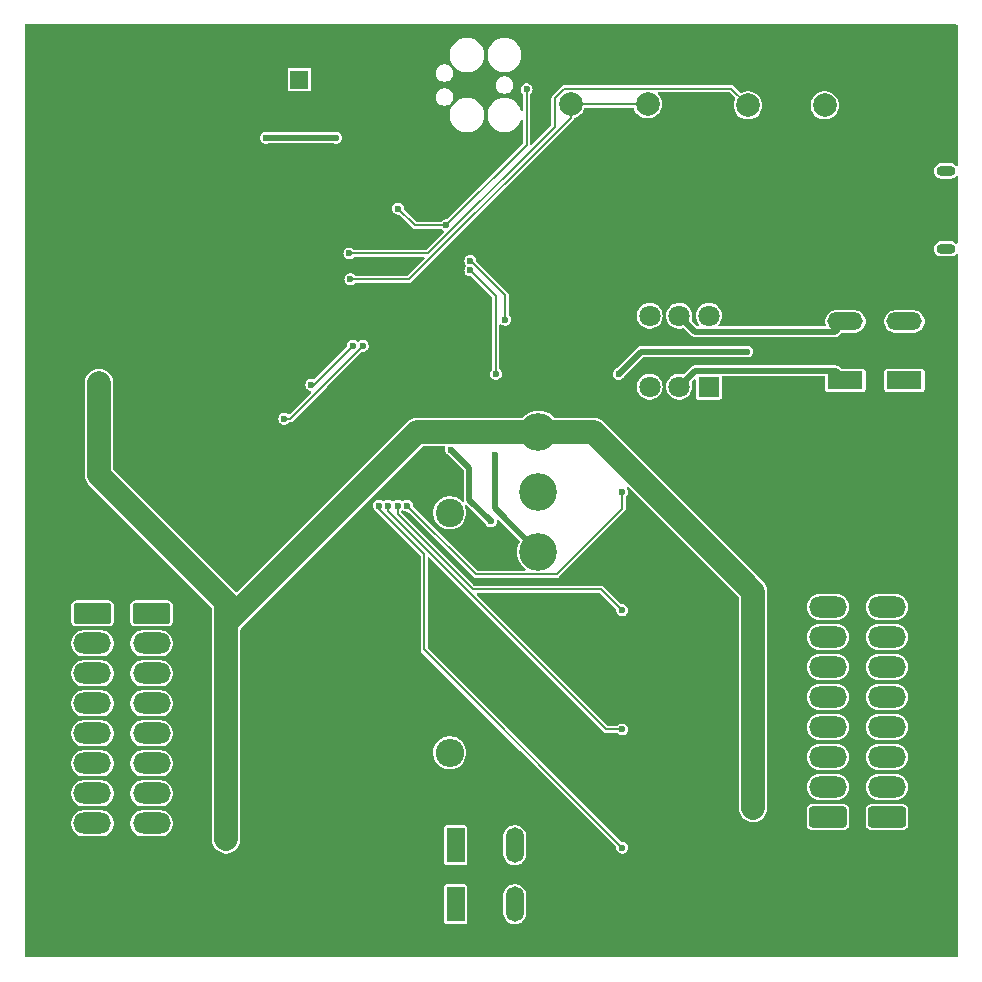
<source format=gbl>
G04 #@! TF.GenerationSoftware,KiCad,Pcbnew,8.0.8+1*
G04 #@! TF.CreationDate,2025-03-08T00:06:44+00:00*
G04 #@! TF.ProjectId,dcclicht,6463636c-6963-4687-942e-6b696361645f,rev?*
G04 #@! TF.SameCoordinates,Original*
G04 #@! TF.FileFunction,Copper,L2,Bot*
G04 #@! TF.FilePolarity,Positive*
%FSLAX46Y46*%
G04 Gerber Fmt 4.6, Leading zero omitted, Abs format (unit mm)*
G04 Created by KiCad (PCBNEW 8.0.8+1) date 2025-03-08 00:06:44*
%MOMM*%
%LPD*%
G01*
G04 APERTURE LIST*
G04 #@! TA.AperFunction,ComponentPad*
%ADD10C,5.500000*%
G04 #@! TD*
G04 #@! TA.AperFunction,ComponentPad*
%ADD11R,1.800000X1.800000*%
G04 #@! TD*
G04 #@! TA.AperFunction,ComponentPad*
%ADD12C,1.800000*%
G04 #@! TD*
G04 #@! TA.AperFunction,ComponentPad*
%ADD13O,3.200000X1.800000*%
G04 #@! TD*
G04 #@! TA.AperFunction,ComponentPad*
%ADD14R,1.600000X1.600000*%
G04 #@! TD*
G04 #@! TA.AperFunction,ComponentPad*
%ADD15C,1.600000*%
G04 #@! TD*
G04 #@! TA.AperFunction,ComponentPad*
%ADD16R,3.000000X1.500000*%
G04 #@! TD*
G04 #@! TA.AperFunction,ComponentPad*
%ADD17O,3.000000X1.500000*%
G04 #@! TD*
G04 #@! TA.AperFunction,ComponentPad*
%ADD18C,2.400000*%
G04 #@! TD*
G04 #@! TA.AperFunction,ComponentPad*
%ADD19O,2.400000X2.400000*%
G04 #@! TD*
G04 #@! TA.AperFunction,ComponentPad*
%ADD20C,2.000000*%
G04 #@! TD*
G04 #@! TA.AperFunction,HeatsinkPad*
%ADD21O,1.600000X0.900000*%
G04 #@! TD*
G04 #@! TA.AperFunction,ComponentPad*
%ADD22R,3.200000X3.200000*%
G04 #@! TD*
G04 #@! TA.AperFunction,ComponentPad*
%ADD23C,3.200000*%
G04 #@! TD*
G04 #@! TA.AperFunction,ComponentPad*
%ADD24R,1.500000X3.000000*%
G04 #@! TD*
G04 #@! TA.AperFunction,ComponentPad*
%ADD25O,1.500000X3.000000*%
G04 #@! TD*
G04 #@! TA.AperFunction,ViaPad*
%ADD26C,0.600000*%
G04 #@! TD*
G04 #@! TA.AperFunction,ViaPad*
%ADD27C,1.600000*%
G04 #@! TD*
G04 #@! TA.AperFunction,Conductor*
%ADD28C,2.000000*%
G04 #@! TD*
G04 #@! TA.AperFunction,Conductor*
%ADD29C,0.200000*%
G04 #@! TD*
G04 #@! TA.AperFunction,Conductor*
%ADD30C,0.500000*%
G04 #@! TD*
G04 APERTURE END LIST*
D10*
X114000000Y-64000000D03*
X186000000Y-136000000D03*
D11*
X168422500Y-91172500D03*
D12*
X165922500Y-91172500D03*
X163422500Y-91172500D03*
X168422500Y-85172500D03*
X165922500Y-85172500D03*
X163422500Y-85172500D03*
G04 #@! TA.AperFunction,ComponentPad*
G36*
G01*
X119900000Y-109480000D02*
X122600000Y-109480000D01*
G75*
G02*
X122850000Y-109730000I0J-250000D01*
G01*
X122850000Y-111030000D01*
G75*
G02*
X122600000Y-111280000I-250000J0D01*
G01*
X119900000Y-111280000D01*
G75*
G02*
X119650000Y-111030000I0J250000D01*
G01*
X119650000Y-109730000D01*
G75*
G02*
X119900000Y-109480000I250000J0D01*
G01*
G37*
G04 #@! TD.AperFunction*
G04 #@! TA.AperFunction,ComponentPad*
G36*
G01*
X114900000Y-109480000D02*
X117600000Y-109480000D01*
G75*
G02*
X117850000Y-109730000I0J-250000D01*
G01*
X117850000Y-111030000D01*
G75*
G02*
X117600000Y-111280000I-250000J0D01*
G01*
X114900000Y-111280000D01*
G75*
G02*
X114650000Y-111030000I0J250000D01*
G01*
X114650000Y-109730000D01*
G75*
G02*
X114900000Y-109480000I250000J0D01*
G01*
G37*
G04 #@! TD.AperFunction*
D13*
X121250000Y-112920000D03*
X116250000Y-112920000D03*
X121250000Y-115460000D03*
X116250000Y-115460000D03*
X121250000Y-118000000D03*
X116250000Y-118000000D03*
X121250000Y-120540000D03*
X116250000Y-120540000D03*
X121250000Y-123080000D03*
X116250000Y-123080000D03*
X121250000Y-125620000D03*
X116250000Y-125620000D03*
X121250000Y-128160000D03*
X116250000Y-128160000D03*
D14*
X133775000Y-65175000D03*
D15*
X137275000Y-65175000D03*
D16*
X180000000Y-90650000D03*
X185000000Y-90650000D03*
D17*
X180000000Y-85650000D03*
X185000000Y-85650000D03*
D18*
X146500000Y-101840000D03*
D19*
X146500000Y-122160000D03*
G04 #@! TA.AperFunction,ComponentPad*
G36*
G01*
X179867960Y-128510000D02*
X177167960Y-128510000D01*
G75*
G02*
X176917960Y-128260000I0J250000D01*
G01*
X176917960Y-126960000D01*
G75*
G02*
X177167960Y-126710000I250000J0D01*
G01*
X179867960Y-126710000D01*
G75*
G02*
X180117960Y-126960000I0J-250000D01*
G01*
X180117960Y-128260000D01*
G75*
G02*
X179867960Y-128510000I-250000J0D01*
G01*
G37*
G04 #@! TD.AperFunction*
G04 #@! TA.AperFunction,ComponentPad*
G36*
G01*
X184867960Y-128510000D02*
X182167960Y-128510000D01*
G75*
G02*
X181917960Y-128260000I0J250000D01*
G01*
X181917960Y-126960000D01*
G75*
G02*
X182167960Y-126710000I250000J0D01*
G01*
X184867960Y-126710000D01*
G75*
G02*
X185117960Y-126960000I0J-250000D01*
G01*
X185117960Y-128260000D01*
G75*
G02*
X184867960Y-128510000I-250000J0D01*
G01*
G37*
G04 #@! TD.AperFunction*
D13*
X178517960Y-125070000D03*
X183517960Y-125070000D03*
X178517960Y-122530000D03*
X183517960Y-122530000D03*
X178517960Y-119990000D03*
X183517960Y-119990000D03*
X178517960Y-117450000D03*
X183517960Y-117450000D03*
X178517960Y-114910000D03*
X183517960Y-114910000D03*
X178517960Y-112370000D03*
X183517960Y-112370000D03*
X178517960Y-109830000D03*
X183517960Y-109830000D03*
D10*
X114000000Y-136000000D03*
D20*
X171750000Y-62850000D03*
X178250000Y-62850000D03*
X171750000Y-67350000D03*
X178250000Y-67350000D03*
D10*
X186000000Y-64000000D03*
D20*
X156750000Y-62750000D03*
X163250000Y-62750000D03*
X156750000Y-67250000D03*
X163250000Y-67250000D03*
D21*
X188495000Y-79500000D03*
X188495000Y-72900000D03*
D22*
X154000000Y-110240000D03*
D23*
X154000000Y-105160000D03*
X154000000Y-100080000D03*
X154000000Y-95000000D03*
D24*
X147000000Y-130000000D03*
X147000000Y-135000000D03*
D25*
X152000000Y-130000000D03*
X152000000Y-135000000D03*
D26*
X133125000Y-84975000D03*
X176750000Y-104250000D03*
X138250000Y-94000000D03*
X139000000Y-89750000D03*
X128500000Y-107500000D03*
X138700000Y-76500000D03*
X137000000Y-71600000D03*
X127600000Y-103400000D03*
X151900000Y-74400000D03*
X139600000Y-128700000D03*
X125000000Y-113600000D03*
X125250000Y-126250000D03*
X125750000Y-130000000D03*
X145250000Y-71750000D03*
X138500000Y-118300000D03*
X138750000Y-97000000D03*
X133400000Y-88300000D03*
X127250000Y-76500000D03*
X174500000Y-101750000D03*
X131900000Y-90000000D03*
X175000000Y-134000000D03*
X146000000Y-69000000D03*
X143500000Y-73750000D03*
X132175000Y-86275000D03*
X176750000Y-108250000D03*
X136500000Y-86250000D03*
X125000000Y-109600000D03*
X131500000Y-81500000D03*
X127500000Y-82250000D03*
X136000000Y-127800000D03*
X136500000Y-87500000D03*
X136500000Y-92250000D03*
X129400000Y-120000000D03*
X145000000Y-99500000D03*
X136500000Y-98250000D03*
X137700000Y-74400000D03*
X130000000Y-127000000D03*
X146800000Y-79500000D03*
X146750000Y-98250000D03*
X149400000Y-77000000D03*
X144500000Y-101250000D03*
X134700000Y-86900000D03*
X135100000Y-131300000D03*
X133900000Y-121600000D03*
X137400000Y-120600000D03*
X179000000Y-133000000D03*
X126000000Y-79250000D03*
X124800000Y-103800000D03*
X181000000Y-131000000D03*
X125500000Y-85000000D03*
D27*
X172200000Y-126825000D03*
X116800000Y-90850000D03*
X127567960Y-111200000D03*
X127567960Y-129500000D03*
X172200000Y-108525000D03*
D26*
X130937651Y-70100000D03*
X153000000Y-66000000D03*
X142125000Y-76100000D03*
X136900000Y-70100000D03*
X146200000Y-77500000D03*
X171700000Y-88200000D03*
X160800000Y-90100000D03*
X138079440Y-82079440D03*
X138000000Y-79900000D03*
X150300000Y-97000000D03*
X149980331Y-102580331D03*
X146600000Y-96500000D03*
X134775000Y-91027308D03*
X138300000Y-87700000D03*
X132500000Y-93900000D03*
X139125000Y-87723527D03*
X151200000Y-85500000D03*
X148250000Y-80500000D03*
X148246851Y-81325000D03*
X150400000Y-90100000D03*
X161100000Y-100100000D03*
X142900000Y-101250000D03*
X161100000Y-110100000D03*
X142100000Y-101250000D03*
X161100000Y-120200000D03*
X141300000Y-101250000D03*
X161100000Y-130200000D03*
X140500000Y-101250000D03*
D28*
X143767960Y-95000000D02*
X154000000Y-95000000D01*
X127567960Y-111200000D02*
X127567960Y-109417960D01*
X116800000Y-98650000D02*
X116800000Y-90850000D01*
X154000000Y-95000000D02*
X158675000Y-95000000D01*
X127567960Y-109417960D02*
X116800000Y-98650000D01*
X158675000Y-95000000D02*
X172200000Y-108525000D01*
X127567960Y-111200000D02*
X143767960Y-95000000D01*
X172200000Y-108525000D02*
X172200000Y-126825000D01*
X127567960Y-111200000D02*
X127567960Y-129500000D01*
D29*
X143525000Y-77500000D02*
X142125000Y-76100000D01*
D30*
X136900000Y-70100000D02*
X130937651Y-70100000D01*
D29*
X146200000Y-77500000D02*
X143525000Y-77500000D01*
X153000000Y-70700000D02*
X153000000Y-66000000D01*
X146200000Y-77500000D02*
X153000000Y-70700000D01*
D30*
X162700000Y-88200000D02*
X171700000Y-88200000D01*
X160800000Y-90100000D02*
X162700000Y-88200000D01*
D29*
X156750000Y-68398528D02*
X156750000Y-67250000D01*
X143069089Y-82079440D02*
X156750000Y-68398528D01*
X163250000Y-67250000D02*
X156750000Y-67250000D01*
X143069089Y-82079440D02*
X138079440Y-82079440D01*
X155400000Y-69148529D02*
X155400000Y-66761522D01*
X138000000Y-79900000D02*
X144648529Y-79900000D01*
X155400000Y-66761522D02*
X156211522Y-65950000D01*
X144648529Y-79900000D02*
X155400000Y-69148529D01*
X170350000Y-65950000D02*
X171750000Y-67350000D01*
X156211522Y-65950000D02*
X170350000Y-65950000D01*
D30*
X150300000Y-101460000D02*
X154000000Y-105160000D01*
X150300000Y-97000000D02*
X150300000Y-101460000D01*
X146600000Y-96500000D02*
X148150000Y-98050000D01*
X148150000Y-100750000D02*
X149980331Y-102580331D01*
X148150000Y-98050000D02*
X148150000Y-100750000D01*
X180000000Y-85650000D02*
X179127500Y-86522500D01*
X179127500Y-86522500D02*
X167272500Y-86522500D01*
X167272500Y-86522500D02*
X165922500Y-85172500D01*
X179172500Y-89822500D02*
X180000000Y-90650000D01*
X165922500Y-91172500D02*
X167272500Y-89822500D01*
X167272500Y-89822500D02*
X179172500Y-89822500D01*
D29*
X138300000Y-87700000D02*
X134972692Y-91027308D01*
X134972692Y-91027308D02*
X134775000Y-91027308D01*
X132500000Y-93900000D02*
X132948527Y-93900000D01*
X132948527Y-93900000D02*
X139125000Y-87723527D01*
X151200000Y-83429620D02*
X151200000Y-85500000D01*
X148250000Y-80500000D02*
X148270380Y-80500000D01*
X148270380Y-80500000D02*
X151200000Y-83429620D01*
X148246851Y-81325000D02*
X150400000Y-83478149D01*
X150400000Y-83478149D02*
X150400000Y-90100000D01*
X155540000Y-107060000D02*
X161100000Y-101500000D01*
X142900000Y-101250000D02*
X148710000Y-107060000D01*
X148710000Y-107060000D02*
X155540000Y-107060000D01*
X161100000Y-101500000D02*
X161100000Y-100100000D01*
X148471372Y-108340000D02*
X159340000Y-108340000D01*
X159340000Y-108340000D02*
X161100000Y-110100000D01*
X142100000Y-101968628D02*
X148471372Y-108340000D01*
X142100000Y-101250000D02*
X142100000Y-101968628D01*
X141300000Y-101250000D02*
X141300000Y-101734314D01*
X141300000Y-101734314D02*
X159765686Y-120200000D01*
X159765686Y-120200000D02*
X161100000Y-120200000D01*
X140500000Y-101250000D02*
X140500000Y-101500000D01*
X144325000Y-105325000D02*
X144325000Y-113425000D01*
X144325000Y-113425000D02*
X161100000Y-130200000D01*
X140500000Y-101500000D02*
X144325000Y-105325000D01*
G04 #@! TA.AperFunction,Conductor*
G36*
X189458691Y-60519407D02*
G01*
X189494655Y-60568907D01*
X189499500Y-60599500D01*
X189499500Y-72395547D01*
X189480593Y-72453738D01*
X189431093Y-72489702D01*
X189369907Y-72489702D01*
X189330496Y-72465551D01*
X189259672Y-72394727D01*
X189259669Y-72394724D01*
X189217226Y-72366365D01*
X189153133Y-72323538D01*
X189153125Y-72323534D01*
X189034747Y-72274500D01*
X189034745Y-72274499D01*
X189034744Y-72274499D01*
X188909069Y-72249500D01*
X188080931Y-72249500D01*
X188080930Y-72249500D01*
X188018093Y-72261999D01*
X187955256Y-72274499D01*
X187955255Y-72274499D01*
X187955252Y-72274500D01*
X187836874Y-72323534D01*
X187836866Y-72323538D01*
X187730331Y-72394724D01*
X187730327Y-72394727D01*
X187639727Y-72485327D01*
X187639724Y-72485331D01*
X187568538Y-72591866D01*
X187568534Y-72591874D01*
X187519500Y-72710252D01*
X187519499Y-72710257D01*
X187494500Y-72835930D01*
X187494500Y-72964069D01*
X187519499Y-73089742D01*
X187519500Y-73089747D01*
X187568534Y-73208125D01*
X187568538Y-73208133D01*
X187611365Y-73272226D01*
X187639724Y-73314669D01*
X187730331Y-73405276D01*
X187793848Y-73447717D01*
X187836866Y-73476461D01*
X187836870Y-73476463D01*
X187836873Y-73476465D01*
X187955256Y-73525501D01*
X188080931Y-73550500D01*
X188080932Y-73550500D01*
X188909068Y-73550500D01*
X188909069Y-73550500D01*
X189034744Y-73525501D01*
X189153127Y-73476465D01*
X189259669Y-73405276D01*
X189330496Y-73334449D01*
X189385013Y-73306672D01*
X189445445Y-73316243D01*
X189488710Y-73359508D01*
X189499500Y-73404453D01*
X189499500Y-78995547D01*
X189480593Y-79053738D01*
X189431093Y-79089702D01*
X189369907Y-79089702D01*
X189330496Y-79065551D01*
X189259672Y-78994727D01*
X189259669Y-78994724D01*
X189217226Y-78966365D01*
X189153133Y-78923538D01*
X189153125Y-78923534D01*
X189034747Y-78874500D01*
X189034745Y-78874499D01*
X189034744Y-78874499D01*
X188909069Y-78849500D01*
X188080931Y-78849500D01*
X188080930Y-78849500D01*
X188018093Y-78861999D01*
X187955256Y-78874499D01*
X187955255Y-78874499D01*
X187955252Y-78874500D01*
X187836874Y-78923534D01*
X187836866Y-78923538D01*
X187730331Y-78994724D01*
X187730327Y-78994727D01*
X187639727Y-79085327D01*
X187639724Y-79085331D01*
X187568538Y-79191866D01*
X187568534Y-79191874D01*
X187519500Y-79310252D01*
X187519499Y-79310257D01*
X187494500Y-79435930D01*
X187494500Y-79564069D01*
X187519499Y-79689742D01*
X187519500Y-79689747D01*
X187568534Y-79808125D01*
X187568538Y-79808133D01*
X187611365Y-79872226D01*
X187639724Y-79914669D01*
X187730331Y-80005276D01*
X187793848Y-80047717D01*
X187836866Y-80076461D01*
X187836870Y-80076463D01*
X187836873Y-80076465D01*
X187955256Y-80125501D01*
X188080931Y-80150500D01*
X188080932Y-80150500D01*
X188909068Y-80150500D01*
X188909069Y-80150500D01*
X189034744Y-80125501D01*
X189153127Y-80076465D01*
X189259669Y-80005276D01*
X189330496Y-79934449D01*
X189385013Y-79906672D01*
X189445445Y-79916243D01*
X189488710Y-79959508D01*
X189499500Y-80004453D01*
X189499500Y-139400500D01*
X189480593Y-139458691D01*
X189431093Y-139494655D01*
X189400500Y-139499500D01*
X110599500Y-139499500D01*
X110541309Y-139480593D01*
X110505345Y-139431093D01*
X110500500Y-139400500D01*
X110500500Y-133480253D01*
X146049500Y-133480253D01*
X146049500Y-136519746D01*
X146049501Y-136519758D01*
X146061132Y-136578227D01*
X146061134Y-136578233D01*
X146070548Y-136592322D01*
X146105448Y-136644552D01*
X146171769Y-136688867D01*
X146216231Y-136697711D01*
X146230241Y-136700498D01*
X146230246Y-136700498D01*
X146230252Y-136700500D01*
X146230253Y-136700500D01*
X147769747Y-136700500D01*
X147769748Y-136700500D01*
X147828231Y-136688867D01*
X147894552Y-136644552D01*
X147938867Y-136578231D01*
X147950500Y-136519748D01*
X147950500Y-134156381D01*
X151049500Y-134156381D01*
X151049500Y-135843618D01*
X151086026Y-136027249D01*
X151157677Y-136200229D01*
X151157681Y-136200238D01*
X151232065Y-136311559D01*
X151261698Y-136355908D01*
X151394092Y-136488302D01*
X151460463Y-136532649D01*
X151549761Y-136592318D01*
X151549767Y-136592320D01*
X151549769Y-136592322D01*
X151722749Y-136663973D01*
X151906384Y-136700500D01*
X151906385Y-136700500D01*
X152093615Y-136700500D01*
X152093616Y-136700500D01*
X152277251Y-136663973D01*
X152450231Y-136592322D01*
X152450234Y-136592319D01*
X152450238Y-136592318D01*
X152495187Y-136562282D01*
X152605908Y-136488302D01*
X152738302Y-136355908D01*
X152812282Y-136245187D01*
X152842318Y-136200238D01*
X152842319Y-136200234D01*
X152842322Y-136200231D01*
X152913973Y-136027251D01*
X152950500Y-135843616D01*
X152950500Y-134156384D01*
X152913973Y-133972749D01*
X152842322Y-133799769D01*
X152842320Y-133799767D01*
X152842318Y-133799761D01*
X152782649Y-133710463D01*
X152738302Y-133644092D01*
X152605908Y-133511698D01*
X152558829Y-133480241D01*
X152450238Y-133407681D01*
X152450229Y-133407677D01*
X152277249Y-133336026D01*
X152093618Y-133299500D01*
X152093616Y-133299500D01*
X151906384Y-133299500D01*
X151906381Y-133299500D01*
X151722750Y-133336026D01*
X151549770Y-133407677D01*
X151549761Y-133407681D01*
X151394092Y-133511698D01*
X151394088Y-133511701D01*
X151261701Y-133644088D01*
X151261698Y-133644092D01*
X151157681Y-133799761D01*
X151157677Y-133799770D01*
X151086026Y-133972750D01*
X151049500Y-134156381D01*
X147950500Y-134156381D01*
X147950500Y-133480252D01*
X147938867Y-133421769D01*
X147894552Y-133355448D01*
X147865487Y-133336027D01*
X147828233Y-133311134D01*
X147828231Y-133311133D01*
X147828228Y-133311132D01*
X147828227Y-133311132D01*
X147769758Y-133299501D01*
X147769748Y-133299500D01*
X146230252Y-133299500D01*
X146230251Y-133299500D01*
X146230241Y-133299501D01*
X146171772Y-133311132D01*
X146171766Y-133311134D01*
X146105451Y-133355445D01*
X146105445Y-133355451D01*
X146061134Y-133421766D01*
X146061132Y-133421772D01*
X146049501Y-133480241D01*
X146049500Y-133480253D01*
X110500500Y-133480253D01*
X110500500Y-128073385D01*
X114449500Y-128073385D01*
X114449500Y-128246614D01*
X114476597Y-128417702D01*
X114476598Y-128417706D01*
X114530123Y-128582438D01*
X114530125Y-128582441D01*
X114595373Y-128710500D01*
X114608768Y-128736788D01*
X114710586Y-128876928D01*
X114833072Y-128999414D01*
X114973212Y-129101232D01*
X115127555Y-129179873D01*
X115127557Y-129179873D01*
X115127558Y-129179874D01*
X115127561Y-129179876D01*
X115292293Y-129233401D01*
X115292297Y-129233402D01*
X115463386Y-129260500D01*
X115463389Y-129260500D01*
X117036614Y-129260500D01*
X117207702Y-129233402D01*
X117207706Y-129233401D01*
X117372438Y-129179876D01*
X117372440Y-129179874D01*
X117372445Y-129179873D01*
X117526788Y-129101232D01*
X117666928Y-128999414D01*
X117789414Y-128876928D01*
X117891232Y-128736788D01*
X117969873Y-128582445D01*
X117969874Y-128582440D01*
X117969876Y-128582438D01*
X118023401Y-128417706D01*
X118023402Y-128417702D01*
X118050500Y-128246614D01*
X118050500Y-128073385D01*
X119449500Y-128073385D01*
X119449500Y-128246614D01*
X119476597Y-128417702D01*
X119476598Y-128417706D01*
X119530123Y-128582438D01*
X119530125Y-128582441D01*
X119595373Y-128710500D01*
X119608768Y-128736788D01*
X119710586Y-128876928D01*
X119833072Y-128999414D01*
X119973212Y-129101232D01*
X120127555Y-129179873D01*
X120127557Y-129179873D01*
X120127558Y-129179874D01*
X120127561Y-129179876D01*
X120292293Y-129233401D01*
X120292297Y-129233402D01*
X120463386Y-129260500D01*
X120463389Y-129260500D01*
X122036614Y-129260500D01*
X122207702Y-129233402D01*
X122207706Y-129233401D01*
X122372438Y-129179876D01*
X122372440Y-129179874D01*
X122372445Y-129179873D01*
X122526788Y-129101232D01*
X122666928Y-128999414D01*
X122789414Y-128876928D01*
X122891232Y-128736788D01*
X122969873Y-128582445D01*
X122969874Y-128582440D01*
X122969876Y-128582438D01*
X123023401Y-128417706D01*
X123023402Y-128417702D01*
X123050500Y-128246614D01*
X123050500Y-128073385D01*
X123023402Y-127902297D01*
X123023401Y-127902293D01*
X122969876Y-127737561D01*
X122969874Y-127737558D01*
X122969873Y-127737557D01*
X122969873Y-127737555D01*
X122891232Y-127583212D01*
X122789414Y-127443072D01*
X122666928Y-127320586D01*
X122526788Y-127218768D01*
X122526787Y-127218767D01*
X122526785Y-127218766D01*
X122372441Y-127140125D01*
X122372438Y-127140123D01*
X122207706Y-127086598D01*
X122207702Y-127086597D01*
X122036614Y-127059500D01*
X122036611Y-127059500D01*
X120463389Y-127059500D01*
X120463386Y-127059500D01*
X120292297Y-127086597D01*
X120292293Y-127086598D01*
X120127561Y-127140123D01*
X120127558Y-127140125D01*
X119973214Y-127218766D01*
X119833073Y-127320585D01*
X119710585Y-127443073D01*
X119608766Y-127583214D01*
X119530125Y-127737558D01*
X119530123Y-127737561D01*
X119476598Y-127902293D01*
X119476597Y-127902297D01*
X119449500Y-128073385D01*
X118050500Y-128073385D01*
X118023402Y-127902297D01*
X118023401Y-127902293D01*
X117969876Y-127737561D01*
X117969874Y-127737558D01*
X117969873Y-127737557D01*
X117969873Y-127737555D01*
X117891232Y-127583212D01*
X117789414Y-127443072D01*
X117666928Y-127320586D01*
X117526788Y-127218768D01*
X117526787Y-127218767D01*
X117526785Y-127218766D01*
X117372441Y-127140125D01*
X117372438Y-127140123D01*
X117207706Y-127086598D01*
X117207702Y-127086597D01*
X117036614Y-127059500D01*
X117036611Y-127059500D01*
X115463389Y-127059500D01*
X115463386Y-127059500D01*
X115292297Y-127086597D01*
X115292293Y-127086598D01*
X115127561Y-127140123D01*
X115127558Y-127140125D01*
X114973214Y-127218766D01*
X114833073Y-127320585D01*
X114710585Y-127443073D01*
X114608766Y-127583214D01*
X114530125Y-127737558D01*
X114530123Y-127737561D01*
X114476598Y-127902293D01*
X114476597Y-127902297D01*
X114449500Y-128073385D01*
X110500500Y-128073385D01*
X110500500Y-125533385D01*
X114449500Y-125533385D01*
X114449500Y-125706614D01*
X114476597Y-125877702D01*
X114476598Y-125877706D01*
X114530123Y-126042438D01*
X114530125Y-126042441D01*
X114595373Y-126170500D01*
X114608768Y-126196788D01*
X114710586Y-126336928D01*
X114833072Y-126459414D01*
X114973212Y-126561232D01*
X115127555Y-126639873D01*
X115127557Y-126639873D01*
X115127558Y-126639874D01*
X115127561Y-126639876D01*
X115292293Y-126693401D01*
X115292297Y-126693402D01*
X115463386Y-126720500D01*
X115463389Y-126720500D01*
X117036614Y-126720500D01*
X117207702Y-126693402D01*
X117207706Y-126693401D01*
X117372438Y-126639876D01*
X117372440Y-126639874D01*
X117372445Y-126639873D01*
X117526788Y-126561232D01*
X117666928Y-126459414D01*
X117789414Y-126336928D01*
X117891232Y-126196788D01*
X117969873Y-126042445D01*
X117969874Y-126042440D01*
X117969876Y-126042438D01*
X118023401Y-125877706D01*
X118023402Y-125877702D01*
X118050500Y-125706614D01*
X118050500Y-125533385D01*
X119449500Y-125533385D01*
X119449500Y-125706614D01*
X119476597Y-125877702D01*
X119476598Y-125877706D01*
X119530123Y-126042438D01*
X119530125Y-126042441D01*
X119595373Y-126170500D01*
X119608768Y-126196788D01*
X119710586Y-126336928D01*
X119833072Y-126459414D01*
X119973212Y-126561232D01*
X120127555Y-126639873D01*
X120127557Y-126639873D01*
X120127558Y-126639874D01*
X120127561Y-126639876D01*
X120292293Y-126693401D01*
X120292297Y-126693402D01*
X120463386Y-126720500D01*
X120463389Y-126720500D01*
X122036614Y-126720500D01*
X122207702Y-126693402D01*
X122207706Y-126693401D01*
X122372438Y-126639876D01*
X122372440Y-126639874D01*
X122372445Y-126639873D01*
X122526788Y-126561232D01*
X122666928Y-126459414D01*
X122789414Y-126336928D01*
X122891232Y-126196788D01*
X122969873Y-126042445D01*
X122969874Y-126042440D01*
X122969876Y-126042438D01*
X123023401Y-125877706D01*
X123023402Y-125877702D01*
X123050500Y-125706614D01*
X123050500Y-125533385D01*
X123023402Y-125362297D01*
X123023401Y-125362293D01*
X122969876Y-125197561D01*
X122969874Y-125197558D01*
X122969873Y-125197557D01*
X122969873Y-125197555D01*
X122891232Y-125043212D01*
X122789414Y-124903072D01*
X122666928Y-124780586D01*
X122526788Y-124678768D01*
X122526787Y-124678767D01*
X122526785Y-124678766D01*
X122372441Y-124600125D01*
X122372438Y-124600123D01*
X122207706Y-124546598D01*
X122207702Y-124546597D01*
X122036614Y-124519500D01*
X122036611Y-124519500D01*
X120463389Y-124519500D01*
X120463386Y-124519500D01*
X120292297Y-124546597D01*
X120292293Y-124546598D01*
X120127561Y-124600123D01*
X120127558Y-124600125D01*
X119973214Y-124678766D01*
X119833073Y-124780585D01*
X119710585Y-124903073D01*
X119608766Y-125043214D01*
X119530125Y-125197558D01*
X119530123Y-125197561D01*
X119476598Y-125362293D01*
X119476597Y-125362297D01*
X119449500Y-125533385D01*
X118050500Y-125533385D01*
X118023402Y-125362297D01*
X118023401Y-125362293D01*
X117969876Y-125197561D01*
X117969874Y-125197558D01*
X117969873Y-125197557D01*
X117969873Y-125197555D01*
X117891232Y-125043212D01*
X117789414Y-124903072D01*
X117666928Y-124780586D01*
X117526788Y-124678768D01*
X117526787Y-124678767D01*
X117526785Y-124678766D01*
X117372441Y-124600125D01*
X117372438Y-124600123D01*
X117207706Y-124546598D01*
X117207702Y-124546597D01*
X117036614Y-124519500D01*
X117036611Y-124519500D01*
X115463389Y-124519500D01*
X115463386Y-124519500D01*
X115292297Y-124546597D01*
X115292293Y-124546598D01*
X115127561Y-124600123D01*
X115127558Y-124600125D01*
X114973214Y-124678766D01*
X114833073Y-124780585D01*
X114710585Y-124903073D01*
X114608766Y-125043214D01*
X114530125Y-125197558D01*
X114530123Y-125197561D01*
X114476598Y-125362293D01*
X114476597Y-125362297D01*
X114449500Y-125533385D01*
X110500500Y-125533385D01*
X110500500Y-122993385D01*
X114449500Y-122993385D01*
X114449500Y-123166614D01*
X114476597Y-123337702D01*
X114476598Y-123337706D01*
X114530123Y-123502438D01*
X114530125Y-123502441D01*
X114595373Y-123630500D01*
X114608768Y-123656788D01*
X114710586Y-123796928D01*
X114833072Y-123919414D01*
X114973212Y-124021232D01*
X115127555Y-124099873D01*
X115127557Y-124099873D01*
X115127558Y-124099874D01*
X115127561Y-124099876D01*
X115292293Y-124153401D01*
X115292297Y-124153402D01*
X115463386Y-124180500D01*
X115463389Y-124180500D01*
X117036614Y-124180500D01*
X117207702Y-124153402D01*
X117207706Y-124153401D01*
X117372438Y-124099876D01*
X117372440Y-124099874D01*
X117372445Y-124099873D01*
X117526788Y-124021232D01*
X117666928Y-123919414D01*
X117789414Y-123796928D01*
X117891232Y-123656788D01*
X117969873Y-123502445D01*
X117969874Y-123502440D01*
X117969876Y-123502438D01*
X118023401Y-123337706D01*
X118023402Y-123337702D01*
X118050500Y-123166614D01*
X118050500Y-122993385D01*
X119449500Y-122993385D01*
X119449500Y-123166614D01*
X119476597Y-123337702D01*
X119476598Y-123337706D01*
X119530123Y-123502438D01*
X119530125Y-123502441D01*
X119595373Y-123630500D01*
X119608768Y-123656788D01*
X119710586Y-123796928D01*
X119833072Y-123919414D01*
X119973212Y-124021232D01*
X120127555Y-124099873D01*
X120127557Y-124099873D01*
X120127558Y-124099874D01*
X120127561Y-124099876D01*
X120292293Y-124153401D01*
X120292297Y-124153402D01*
X120463386Y-124180500D01*
X120463389Y-124180500D01*
X122036614Y-124180500D01*
X122207702Y-124153402D01*
X122207706Y-124153401D01*
X122372438Y-124099876D01*
X122372440Y-124099874D01*
X122372445Y-124099873D01*
X122526788Y-124021232D01*
X122666928Y-123919414D01*
X122789414Y-123796928D01*
X122891232Y-123656788D01*
X122969873Y-123502445D01*
X122969874Y-123502440D01*
X122969876Y-123502438D01*
X123023401Y-123337706D01*
X123023402Y-123337702D01*
X123050500Y-123166614D01*
X123050500Y-122993385D01*
X123023402Y-122822297D01*
X123023401Y-122822293D01*
X122969876Y-122657561D01*
X122969874Y-122657558D01*
X122969873Y-122657557D01*
X122969873Y-122657555D01*
X122891232Y-122503212D01*
X122789414Y-122363072D01*
X122666928Y-122240586D01*
X122526788Y-122138768D01*
X122526787Y-122138767D01*
X122526785Y-122138766D01*
X122372441Y-122060125D01*
X122372438Y-122060123D01*
X122207706Y-122006598D01*
X122207702Y-122006597D01*
X122036614Y-121979500D01*
X122036611Y-121979500D01*
X120463389Y-121979500D01*
X120463386Y-121979500D01*
X120292297Y-122006597D01*
X120292293Y-122006598D01*
X120127561Y-122060123D01*
X120127558Y-122060125D01*
X119973214Y-122138766D01*
X119833073Y-122240585D01*
X119710585Y-122363073D01*
X119608766Y-122503214D01*
X119530125Y-122657558D01*
X119530123Y-122657561D01*
X119476598Y-122822293D01*
X119476597Y-122822297D01*
X119449500Y-122993385D01*
X118050500Y-122993385D01*
X118023402Y-122822297D01*
X118023401Y-122822293D01*
X117969876Y-122657561D01*
X117969874Y-122657558D01*
X117969873Y-122657557D01*
X117969873Y-122657555D01*
X117891232Y-122503212D01*
X117789414Y-122363072D01*
X117666928Y-122240586D01*
X117526788Y-122138768D01*
X117526787Y-122138767D01*
X117526785Y-122138766D01*
X117372441Y-122060125D01*
X117372438Y-122060123D01*
X117207706Y-122006598D01*
X117207702Y-122006597D01*
X117036614Y-121979500D01*
X117036611Y-121979500D01*
X115463389Y-121979500D01*
X115463386Y-121979500D01*
X115292297Y-122006597D01*
X115292293Y-122006598D01*
X115127561Y-122060123D01*
X115127558Y-122060125D01*
X114973214Y-122138766D01*
X114833073Y-122240585D01*
X114710585Y-122363073D01*
X114608766Y-122503214D01*
X114530125Y-122657558D01*
X114530123Y-122657561D01*
X114476598Y-122822293D01*
X114476597Y-122822297D01*
X114449500Y-122993385D01*
X110500500Y-122993385D01*
X110500500Y-120453385D01*
X114449500Y-120453385D01*
X114449500Y-120626614D01*
X114476597Y-120797702D01*
X114476598Y-120797706D01*
X114530123Y-120962438D01*
X114530125Y-120962441D01*
X114595373Y-121090500D01*
X114608768Y-121116788D01*
X114710586Y-121256928D01*
X114833072Y-121379414D01*
X114973212Y-121481232D01*
X115127555Y-121559873D01*
X115127557Y-121559873D01*
X115127558Y-121559874D01*
X115127561Y-121559876D01*
X115292293Y-121613401D01*
X115292297Y-121613402D01*
X115463386Y-121640500D01*
X115463389Y-121640500D01*
X117036614Y-121640500D01*
X117207702Y-121613402D01*
X117207706Y-121613401D01*
X117372438Y-121559876D01*
X117372440Y-121559874D01*
X117372445Y-121559873D01*
X117526788Y-121481232D01*
X117666928Y-121379414D01*
X117789414Y-121256928D01*
X117891232Y-121116788D01*
X117969873Y-120962445D01*
X117969874Y-120962440D01*
X117969876Y-120962438D01*
X118023401Y-120797706D01*
X118023402Y-120797702D01*
X118050500Y-120626614D01*
X118050500Y-120453385D01*
X119449500Y-120453385D01*
X119449500Y-120626614D01*
X119476597Y-120797702D01*
X119476598Y-120797706D01*
X119530123Y-120962438D01*
X119530125Y-120962441D01*
X119595373Y-121090500D01*
X119608768Y-121116788D01*
X119710586Y-121256928D01*
X119833072Y-121379414D01*
X119973212Y-121481232D01*
X120127555Y-121559873D01*
X120127557Y-121559873D01*
X120127558Y-121559874D01*
X120127561Y-121559876D01*
X120292293Y-121613401D01*
X120292297Y-121613402D01*
X120463386Y-121640500D01*
X120463389Y-121640500D01*
X122036614Y-121640500D01*
X122207702Y-121613402D01*
X122207706Y-121613401D01*
X122372438Y-121559876D01*
X122372440Y-121559874D01*
X122372445Y-121559873D01*
X122526788Y-121481232D01*
X122666928Y-121379414D01*
X122789414Y-121256928D01*
X122891232Y-121116788D01*
X122969873Y-120962445D01*
X122969874Y-120962440D01*
X122969876Y-120962438D01*
X123023401Y-120797706D01*
X123023402Y-120797702D01*
X123050500Y-120626614D01*
X123050500Y-120453385D01*
X123023402Y-120282297D01*
X123023401Y-120282293D01*
X122969876Y-120117561D01*
X122969874Y-120117558D01*
X122969873Y-120117557D01*
X122969873Y-120117555D01*
X122891232Y-119963212D01*
X122789414Y-119823072D01*
X122666928Y-119700586D01*
X122526788Y-119598768D01*
X122526787Y-119598767D01*
X122526785Y-119598766D01*
X122372441Y-119520125D01*
X122372438Y-119520123D01*
X122207706Y-119466598D01*
X122207702Y-119466597D01*
X122036614Y-119439500D01*
X122036611Y-119439500D01*
X120463389Y-119439500D01*
X120463386Y-119439500D01*
X120292297Y-119466597D01*
X120292293Y-119466598D01*
X120127561Y-119520123D01*
X120127558Y-119520125D01*
X119973214Y-119598766D01*
X119833073Y-119700585D01*
X119710585Y-119823073D01*
X119608766Y-119963214D01*
X119530125Y-120117558D01*
X119530123Y-120117561D01*
X119476598Y-120282293D01*
X119476597Y-120282297D01*
X119449500Y-120453385D01*
X118050500Y-120453385D01*
X118023402Y-120282297D01*
X118023401Y-120282293D01*
X117969876Y-120117561D01*
X117969874Y-120117558D01*
X117969873Y-120117557D01*
X117969873Y-120117555D01*
X117891232Y-119963212D01*
X117789414Y-119823072D01*
X117666928Y-119700586D01*
X117526788Y-119598768D01*
X117526787Y-119598767D01*
X117526785Y-119598766D01*
X117372441Y-119520125D01*
X117372438Y-119520123D01*
X117207706Y-119466598D01*
X117207702Y-119466597D01*
X117036614Y-119439500D01*
X117036611Y-119439500D01*
X115463389Y-119439500D01*
X115463386Y-119439500D01*
X115292297Y-119466597D01*
X115292293Y-119466598D01*
X115127561Y-119520123D01*
X115127558Y-119520125D01*
X114973214Y-119598766D01*
X114833073Y-119700585D01*
X114710585Y-119823073D01*
X114608766Y-119963214D01*
X114530125Y-120117558D01*
X114530123Y-120117561D01*
X114476598Y-120282293D01*
X114476597Y-120282297D01*
X114449500Y-120453385D01*
X110500500Y-120453385D01*
X110500500Y-117913385D01*
X114449500Y-117913385D01*
X114449500Y-118086614D01*
X114476597Y-118257702D01*
X114476598Y-118257706D01*
X114530123Y-118422438D01*
X114530125Y-118422441D01*
X114595373Y-118550500D01*
X114608768Y-118576788D01*
X114710586Y-118716928D01*
X114833072Y-118839414D01*
X114973212Y-118941232D01*
X115127555Y-119019873D01*
X115127557Y-119019873D01*
X115127558Y-119019874D01*
X115127561Y-119019876D01*
X115292293Y-119073401D01*
X115292297Y-119073402D01*
X115463386Y-119100500D01*
X115463389Y-119100500D01*
X117036614Y-119100500D01*
X117207702Y-119073402D01*
X117207706Y-119073401D01*
X117372438Y-119019876D01*
X117372440Y-119019874D01*
X117372445Y-119019873D01*
X117526788Y-118941232D01*
X117666928Y-118839414D01*
X117789414Y-118716928D01*
X117891232Y-118576788D01*
X117969873Y-118422445D01*
X117969874Y-118422440D01*
X117969876Y-118422438D01*
X118023401Y-118257706D01*
X118023402Y-118257702D01*
X118050500Y-118086614D01*
X118050500Y-117913385D01*
X119449500Y-117913385D01*
X119449500Y-118086614D01*
X119476597Y-118257702D01*
X119476598Y-118257706D01*
X119530123Y-118422438D01*
X119530125Y-118422441D01*
X119595373Y-118550500D01*
X119608768Y-118576788D01*
X119710586Y-118716928D01*
X119833072Y-118839414D01*
X119973212Y-118941232D01*
X120127555Y-119019873D01*
X120127557Y-119019873D01*
X120127558Y-119019874D01*
X120127561Y-119019876D01*
X120292293Y-119073401D01*
X120292297Y-119073402D01*
X120463386Y-119100500D01*
X120463389Y-119100500D01*
X122036614Y-119100500D01*
X122207702Y-119073402D01*
X122207706Y-119073401D01*
X122372438Y-119019876D01*
X122372440Y-119019874D01*
X122372445Y-119019873D01*
X122526788Y-118941232D01*
X122666928Y-118839414D01*
X122789414Y-118716928D01*
X122891232Y-118576788D01*
X122969873Y-118422445D01*
X122969874Y-118422440D01*
X122969876Y-118422438D01*
X123023401Y-118257706D01*
X123023402Y-118257702D01*
X123050500Y-118086614D01*
X123050500Y-117913385D01*
X123023402Y-117742297D01*
X123023401Y-117742293D01*
X122969876Y-117577561D01*
X122969874Y-117577558D01*
X122969873Y-117577557D01*
X122969873Y-117577555D01*
X122891232Y-117423212D01*
X122789414Y-117283072D01*
X122666928Y-117160586D01*
X122526788Y-117058768D01*
X122526787Y-117058767D01*
X122526785Y-117058766D01*
X122372441Y-116980125D01*
X122372438Y-116980123D01*
X122207706Y-116926598D01*
X122207702Y-116926597D01*
X122036614Y-116899500D01*
X122036611Y-116899500D01*
X120463389Y-116899500D01*
X120463386Y-116899500D01*
X120292297Y-116926597D01*
X120292293Y-116926598D01*
X120127561Y-116980123D01*
X120127558Y-116980125D01*
X119973214Y-117058766D01*
X119833073Y-117160585D01*
X119710585Y-117283073D01*
X119608766Y-117423214D01*
X119530125Y-117577558D01*
X119530123Y-117577561D01*
X119476598Y-117742293D01*
X119476597Y-117742297D01*
X119449500Y-117913385D01*
X118050500Y-117913385D01*
X118023402Y-117742297D01*
X118023401Y-117742293D01*
X117969876Y-117577561D01*
X117969874Y-117577558D01*
X117969873Y-117577557D01*
X117969873Y-117577555D01*
X117891232Y-117423212D01*
X117789414Y-117283072D01*
X117666928Y-117160586D01*
X117526788Y-117058768D01*
X117526787Y-117058767D01*
X117526785Y-117058766D01*
X117372441Y-116980125D01*
X117372438Y-116980123D01*
X117207706Y-116926598D01*
X117207702Y-116926597D01*
X117036614Y-116899500D01*
X117036611Y-116899500D01*
X115463389Y-116899500D01*
X115463386Y-116899500D01*
X115292297Y-116926597D01*
X115292293Y-116926598D01*
X115127561Y-116980123D01*
X115127558Y-116980125D01*
X114973214Y-117058766D01*
X114833073Y-117160585D01*
X114710585Y-117283073D01*
X114608766Y-117423214D01*
X114530125Y-117577558D01*
X114530123Y-117577561D01*
X114476598Y-117742293D01*
X114476597Y-117742297D01*
X114449500Y-117913385D01*
X110500500Y-117913385D01*
X110500500Y-115373385D01*
X114449500Y-115373385D01*
X114449500Y-115546614D01*
X114476597Y-115717702D01*
X114476598Y-115717706D01*
X114530123Y-115882438D01*
X114530125Y-115882441D01*
X114595373Y-116010500D01*
X114608768Y-116036788D01*
X114710586Y-116176928D01*
X114833072Y-116299414D01*
X114973212Y-116401232D01*
X115127555Y-116479873D01*
X115127557Y-116479873D01*
X115127558Y-116479874D01*
X115127561Y-116479876D01*
X115292293Y-116533401D01*
X115292297Y-116533402D01*
X115463386Y-116560500D01*
X115463389Y-116560500D01*
X117036614Y-116560500D01*
X117207702Y-116533402D01*
X117207706Y-116533401D01*
X117372438Y-116479876D01*
X117372440Y-116479874D01*
X117372445Y-116479873D01*
X117526788Y-116401232D01*
X117666928Y-116299414D01*
X117789414Y-116176928D01*
X117891232Y-116036788D01*
X117969873Y-115882445D01*
X117969874Y-115882440D01*
X117969876Y-115882438D01*
X118023401Y-115717706D01*
X118023402Y-115717702D01*
X118050500Y-115546614D01*
X118050500Y-115373385D01*
X119449500Y-115373385D01*
X119449500Y-115546614D01*
X119476597Y-115717702D01*
X119476598Y-115717706D01*
X119530123Y-115882438D01*
X119530125Y-115882441D01*
X119595373Y-116010500D01*
X119608768Y-116036788D01*
X119710586Y-116176928D01*
X119833072Y-116299414D01*
X119973212Y-116401232D01*
X120127555Y-116479873D01*
X120127557Y-116479873D01*
X120127558Y-116479874D01*
X120127561Y-116479876D01*
X120292293Y-116533401D01*
X120292297Y-116533402D01*
X120463386Y-116560500D01*
X120463389Y-116560500D01*
X122036614Y-116560500D01*
X122207702Y-116533402D01*
X122207706Y-116533401D01*
X122372438Y-116479876D01*
X122372440Y-116479874D01*
X122372445Y-116479873D01*
X122526788Y-116401232D01*
X122666928Y-116299414D01*
X122789414Y-116176928D01*
X122891232Y-116036788D01*
X122969873Y-115882445D01*
X122969874Y-115882440D01*
X122969876Y-115882438D01*
X123023401Y-115717706D01*
X123023402Y-115717702D01*
X123050500Y-115546614D01*
X123050500Y-115373385D01*
X123023402Y-115202297D01*
X123023401Y-115202293D01*
X122969876Y-115037561D01*
X122969874Y-115037558D01*
X122969873Y-115037557D01*
X122969873Y-115037555D01*
X122891232Y-114883212D01*
X122789414Y-114743072D01*
X122666928Y-114620586D01*
X122526788Y-114518768D01*
X122526787Y-114518767D01*
X122526785Y-114518766D01*
X122372441Y-114440125D01*
X122372438Y-114440123D01*
X122207706Y-114386598D01*
X122207702Y-114386597D01*
X122036614Y-114359500D01*
X122036611Y-114359500D01*
X120463389Y-114359500D01*
X120463386Y-114359500D01*
X120292297Y-114386597D01*
X120292293Y-114386598D01*
X120127561Y-114440123D01*
X120127558Y-114440125D01*
X119973214Y-114518766D01*
X119833073Y-114620585D01*
X119710585Y-114743073D01*
X119608766Y-114883214D01*
X119530125Y-115037558D01*
X119530123Y-115037561D01*
X119476598Y-115202293D01*
X119476597Y-115202297D01*
X119449500Y-115373385D01*
X118050500Y-115373385D01*
X118023402Y-115202297D01*
X118023401Y-115202293D01*
X117969876Y-115037561D01*
X117969874Y-115037558D01*
X117969873Y-115037557D01*
X117969873Y-115037555D01*
X117891232Y-114883212D01*
X117789414Y-114743072D01*
X117666928Y-114620586D01*
X117526788Y-114518768D01*
X117526787Y-114518767D01*
X117526785Y-114518766D01*
X117372441Y-114440125D01*
X117372438Y-114440123D01*
X117207706Y-114386598D01*
X117207702Y-114386597D01*
X117036614Y-114359500D01*
X117036611Y-114359500D01*
X115463389Y-114359500D01*
X115463386Y-114359500D01*
X115292297Y-114386597D01*
X115292293Y-114386598D01*
X115127561Y-114440123D01*
X115127558Y-114440125D01*
X114973214Y-114518766D01*
X114833073Y-114620585D01*
X114710585Y-114743073D01*
X114608766Y-114883214D01*
X114530125Y-115037558D01*
X114530123Y-115037561D01*
X114476598Y-115202293D01*
X114476597Y-115202297D01*
X114449500Y-115373385D01*
X110500500Y-115373385D01*
X110500500Y-112833385D01*
X114449500Y-112833385D01*
X114449500Y-113006614D01*
X114476597Y-113177702D01*
X114476598Y-113177706D01*
X114530123Y-113342438D01*
X114530125Y-113342441D01*
X114595373Y-113470500D01*
X114608768Y-113496788D01*
X114710586Y-113636928D01*
X114833072Y-113759414D01*
X114973212Y-113861232D01*
X115127555Y-113939873D01*
X115127557Y-113939873D01*
X115127558Y-113939874D01*
X115127561Y-113939876D01*
X115292293Y-113993401D01*
X115292297Y-113993402D01*
X115463386Y-114020500D01*
X115463389Y-114020500D01*
X117036614Y-114020500D01*
X117207702Y-113993402D01*
X117207706Y-113993401D01*
X117372438Y-113939876D01*
X117372440Y-113939874D01*
X117372445Y-113939873D01*
X117526788Y-113861232D01*
X117666928Y-113759414D01*
X117789414Y-113636928D01*
X117891232Y-113496788D01*
X117969873Y-113342445D01*
X117969874Y-113342440D01*
X117969876Y-113342438D01*
X118023401Y-113177706D01*
X118023402Y-113177702D01*
X118050500Y-113006614D01*
X118050500Y-112833385D01*
X119449500Y-112833385D01*
X119449500Y-113006614D01*
X119476597Y-113177702D01*
X119476598Y-113177706D01*
X119530123Y-113342438D01*
X119530125Y-113342441D01*
X119595373Y-113470500D01*
X119608768Y-113496788D01*
X119710586Y-113636928D01*
X119833072Y-113759414D01*
X119973212Y-113861232D01*
X120127555Y-113939873D01*
X120127557Y-113939873D01*
X120127558Y-113939874D01*
X120127561Y-113939876D01*
X120292293Y-113993401D01*
X120292297Y-113993402D01*
X120463386Y-114020500D01*
X120463389Y-114020500D01*
X122036614Y-114020500D01*
X122207702Y-113993402D01*
X122207706Y-113993401D01*
X122372438Y-113939876D01*
X122372440Y-113939874D01*
X122372445Y-113939873D01*
X122526788Y-113861232D01*
X122666928Y-113759414D01*
X122789414Y-113636928D01*
X122891232Y-113496788D01*
X122969873Y-113342445D01*
X122969874Y-113342440D01*
X122969876Y-113342438D01*
X123023401Y-113177706D01*
X123023402Y-113177702D01*
X123050500Y-113006614D01*
X123050500Y-112833385D01*
X123023402Y-112662297D01*
X123023401Y-112662293D01*
X122969876Y-112497561D01*
X122969874Y-112497558D01*
X122969873Y-112497557D01*
X122969873Y-112497555D01*
X122891232Y-112343212D01*
X122789414Y-112203072D01*
X122666928Y-112080586D01*
X122526788Y-111978768D01*
X122526787Y-111978767D01*
X122526785Y-111978766D01*
X122372441Y-111900125D01*
X122372438Y-111900123D01*
X122207706Y-111846598D01*
X122207702Y-111846597D01*
X122036614Y-111819500D01*
X122036611Y-111819500D01*
X120463389Y-111819500D01*
X120463386Y-111819500D01*
X120292297Y-111846597D01*
X120292293Y-111846598D01*
X120127561Y-111900123D01*
X120127558Y-111900125D01*
X119973214Y-111978766D01*
X119833073Y-112080585D01*
X119710585Y-112203073D01*
X119608766Y-112343214D01*
X119530125Y-112497558D01*
X119530123Y-112497561D01*
X119476598Y-112662293D01*
X119476597Y-112662297D01*
X119449500Y-112833385D01*
X118050500Y-112833385D01*
X118023402Y-112662297D01*
X118023401Y-112662293D01*
X117969876Y-112497561D01*
X117969874Y-112497558D01*
X117969873Y-112497557D01*
X117969873Y-112497555D01*
X117891232Y-112343212D01*
X117789414Y-112203072D01*
X117666928Y-112080586D01*
X117526788Y-111978768D01*
X117526787Y-111978767D01*
X117526785Y-111978766D01*
X117372441Y-111900125D01*
X117372438Y-111900123D01*
X117207706Y-111846598D01*
X117207702Y-111846597D01*
X117036614Y-111819500D01*
X117036611Y-111819500D01*
X115463389Y-111819500D01*
X115463386Y-111819500D01*
X115292297Y-111846597D01*
X115292293Y-111846598D01*
X115127561Y-111900123D01*
X115127558Y-111900125D01*
X114973214Y-111978766D01*
X114833073Y-112080585D01*
X114710585Y-112203073D01*
X114608766Y-112343214D01*
X114530125Y-112497558D01*
X114530123Y-112497561D01*
X114476598Y-112662293D01*
X114476597Y-112662297D01*
X114449500Y-112833385D01*
X110500500Y-112833385D01*
X110500500Y-109675725D01*
X114449500Y-109675725D01*
X114449500Y-111084274D01*
X114452353Y-111114694D01*
X114452355Y-111114703D01*
X114497207Y-111242883D01*
X114577845Y-111352144D01*
X114577847Y-111352146D01*
X114577850Y-111352150D01*
X114577853Y-111352152D01*
X114577855Y-111352154D01*
X114687116Y-111432792D01*
X114687117Y-111432792D01*
X114687118Y-111432793D01*
X114815301Y-111477646D01*
X114845725Y-111480499D01*
X114845727Y-111480500D01*
X114845734Y-111480500D01*
X117654273Y-111480500D01*
X117654273Y-111480499D01*
X117684699Y-111477646D01*
X117812882Y-111432793D01*
X117922150Y-111352150D01*
X118002793Y-111242882D01*
X118047646Y-111114699D01*
X118050499Y-111084273D01*
X118050500Y-111084273D01*
X118050500Y-109675727D01*
X118050499Y-109675725D01*
X119449500Y-109675725D01*
X119449500Y-111084274D01*
X119452353Y-111114694D01*
X119452355Y-111114703D01*
X119497207Y-111242883D01*
X119577845Y-111352144D01*
X119577847Y-111352146D01*
X119577850Y-111352150D01*
X119577853Y-111352152D01*
X119577855Y-111352154D01*
X119687116Y-111432792D01*
X119687117Y-111432792D01*
X119687118Y-111432793D01*
X119815301Y-111477646D01*
X119845725Y-111480499D01*
X119845727Y-111480500D01*
X119845734Y-111480500D01*
X122654273Y-111480500D01*
X122654273Y-111480499D01*
X122684699Y-111477646D01*
X122812882Y-111432793D01*
X122922150Y-111352150D01*
X123002793Y-111242882D01*
X123047646Y-111114699D01*
X123050499Y-111084273D01*
X123050500Y-111084273D01*
X123050500Y-109675727D01*
X123050499Y-109675725D01*
X123047646Y-109645305D01*
X123047646Y-109645301D01*
X123002793Y-109517118D01*
X122922150Y-109407850D01*
X122922146Y-109407847D01*
X122922144Y-109407845D01*
X122812883Y-109327207D01*
X122684703Y-109282355D01*
X122684694Y-109282353D01*
X122654274Y-109279500D01*
X122654266Y-109279500D01*
X119845734Y-109279500D01*
X119845725Y-109279500D01*
X119815305Y-109282353D01*
X119815296Y-109282355D01*
X119687116Y-109327207D01*
X119577855Y-109407845D01*
X119577845Y-109407855D01*
X119497207Y-109517116D01*
X119452355Y-109645296D01*
X119452353Y-109645305D01*
X119449500Y-109675725D01*
X118050499Y-109675725D01*
X118047646Y-109645305D01*
X118047646Y-109645301D01*
X118002793Y-109517118D01*
X117922150Y-109407850D01*
X117922146Y-109407847D01*
X117922144Y-109407845D01*
X117812883Y-109327207D01*
X117684703Y-109282355D01*
X117684694Y-109282353D01*
X117654274Y-109279500D01*
X117654266Y-109279500D01*
X114845734Y-109279500D01*
X114845725Y-109279500D01*
X114815305Y-109282353D01*
X114815296Y-109282355D01*
X114687116Y-109327207D01*
X114577855Y-109407845D01*
X114577845Y-109407855D01*
X114497207Y-109517116D01*
X114452355Y-109645296D01*
X114452353Y-109645305D01*
X114449500Y-109675725D01*
X110500500Y-109675725D01*
X110500500Y-90755515D01*
X115599500Y-90755515D01*
X115599500Y-98744484D01*
X115629058Y-98931113D01*
X115629060Y-98931118D01*
X115687453Y-99110832D01*
X115773240Y-99279199D01*
X115884310Y-99432074D01*
X126338465Y-109886229D01*
X126366241Y-109940744D01*
X126367460Y-109956231D01*
X126367460Y-129594484D01*
X126397018Y-129781113D01*
X126455413Y-129960832D01*
X126504689Y-130057543D01*
X126541200Y-130129199D01*
X126652270Y-130282073D01*
X126785887Y-130415690D01*
X126938761Y-130526760D01*
X127107128Y-130612547D01*
X127286842Y-130670940D01*
X127286843Y-130670940D01*
X127286846Y-130670941D01*
X127473476Y-130700500D01*
X127473479Y-130700500D01*
X127662444Y-130700500D01*
X127849073Y-130670941D01*
X127849074Y-130670940D01*
X127849078Y-130670940D01*
X128028792Y-130612547D01*
X128197159Y-130526760D01*
X128350033Y-130415690D01*
X128483650Y-130282073D01*
X128594720Y-130129199D01*
X128680507Y-129960832D01*
X128738900Y-129781118D01*
X128751827Y-129699500D01*
X128768460Y-129594484D01*
X128768460Y-128480253D01*
X146049500Y-128480253D01*
X146049500Y-131519746D01*
X146049501Y-131519758D01*
X146061132Y-131578227D01*
X146061134Y-131578233D01*
X146070548Y-131592322D01*
X146105448Y-131644552D01*
X146171769Y-131688867D01*
X146216231Y-131697711D01*
X146230241Y-131700498D01*
X146230246Y-131700498D01*
X146230252Y-131700500D01*
X146230253Y-131700500D01*
X147769747Y-131700500D01*
X147769748Y-131700500D01*
X147828231Y-131688867D01*
X147894552Y-131644552D01*
X147938867Y-131578231D01*
X147950500Y-131519748D01*
X147950500Y-129156381D01*
X151049500Y-129156381D01*
X151049500Y-130843618D01*
X151086026Y-131027249D01*
X151157677Y-131200229D01*
X151157681Y-131200238D01*
X151232065Y-131311559D01*
X151261698Y-131355908D01*
X151394092Y-131488302D01*
X151460463Y-131532649D01*
X151549761Y-131592318D01*
X151549767Y-131592320D01*
X151549769Y-131592322D01*
X151722749Y-131663973D01*
X151906384Y-131700500D01*
X151906385Y-131700500D01*
X152093615Y-131700500D01*
X152093616Y-131700500D01*
X152277251Y-131663973D01*
X152450231Y-131592322D01*
X152450234Y-131592319D01*
X152450238Y-131592318D01*
X152495187Y-131562282D01*
X152605908Y-131488302D01*
X152738302Y-131355908D01*
X152812282Y-131245187D01*
X152842318Y-131200238D01*
X152842319Y-131200234D01*
X152842322Y-131200231D01*
X152913973Y-131027251D01*
X152950500Y-130843616D01*
X152950500Y-129156384D01*
X152913973Y-128972749D01*
X152842322Y-128799769D01*
X152842320Y-128799767D01*
X152842318Y-128799761D01*
X152780766Y-128707644D01*
X152738302Y-128644092D01*
X152605908Y-128511698D01*
X152558829Y-128480241D01*
X152450238Y-128407681D01*
X152450229Y-128407677D01*
X152277249Y-128336026D01*
X152093618Y-128299500D01*
X152093616Y-128299500D01*
X151906384Y-128299500D01*
X151906381Y-128299500D01*
X151722750Y-128336026D01*
X151549770Y-128407677D01*
X151549761Y-128407681D01*
X151394092Y-128511698D01*
X151394088Y-128511701D01*
X151261701Y-128644088D01*
X151261698Y-128644092D01*
X151157681Y-128799761D01*
X151157677Y-128799770D01*
X151086026Y-128972750D01*
X151049500Y-129156381D01*
X147950500Y-129156381D01*
X147950500Y-128480252D01*
X147938867Y-128421769D01*
X147894552Y-128355448D01*
X147894548Y-128355445D01*
X147828233Y-128311134D01*
X147828231Y-128311133D01*
X147828228Y-128311132D01*
X147828227Y-128311132D01*
X147769758Y-128299501D01*
X147769748Y-128299500D01*
X146230252Y-128299500D01*
X146230251Y-128299500D01*
X146230241Y-128299501D01*
X146171772Y-128311132D01*
X146171766Y-128311134D01*
X146105451Y-128355445D01*
X146105445Y-128355451D01*
X146061134Y-128421766D01*
X146061132Y-128421772D01*
X146049501Y-128480241D01*
X146049500Y-128480253D01*
X128768460Y-128480253D01*
X128768460Y-122160000D01*
X145094700Y-122160000D01*
X145113865Y-122391303D01*
X145141985Y-122502344D01*
X145170843Y-122616300D01*
X145264076Y-122828849D01*
X145391021Y-123023153D01*
X145548216Y-123193913D01*
X145731374Y-123336470D01*
X145935497Y-123446936D01*
X146155019Y-123522298D01*
X146383951Y-123560500D01*
X146616049Y-123560500D01*
X146844981Y-123522298D01*
X147064503Y-123446936D01*
X147268626Y-123336470D01*
X147451784Y-123193913D01*
X147608979Y-123023153D01*
X147735924Y-122828849D01*
X147829157Y-122616300D01*
X147886134Y-122391305D01*
X147905300Y-122160000D01*
X147886134Y-121928695D01*
X147829157Y-121703700D01*
X147735924Y-121491151D01*
X147608979Y-121296847D01*
X147451784Y-121126087D01*
X147371245Y-121063401D01*
X147268629Y-120983532D01*
X147268626Y-120983530D01*
X147064506Y-120873065D01*
X147048221Y-120867474D01*
X146844981Y-120797702D01*
X146844978Y-120797701D01*
X146844977Y-120797701D01*
X146616049Y-120759500D01*
X146383951Y-120759500D01*
X146155022Y-120797701D01*
X145935493Y-120873065D01*
X145731373Y-120983530D01*
X145731370Y-120983532D01*
X145548219Y-121126084D01*
X145548216Y-121126086D01*
X145548216Y-121126087D01*
X145391021Y-121296847D01*
X145264076Y-121491151D01*
X145176596Y-121690586D01*
X145170843Y-121703701D01*
X145113865Y-121928696D01*
X145094700Y-122160000D01*
X128768460Y-122160000D01*
X128768460Y-111738271D01*
X128787367Y-111680080D01*
X128797456Y-111668267D01*
X144236227Y-96229496D01*
X144290744Y-96201719D01*
X144306231Y-96200500D01*
X146032507Y-96200500D01*
X146090698Y-96219407D01*
X146126662Y-96268907D01*
X146126662Y-96330093D01*
X146122560Y-96340627D01*
X146114834Y-96357543D01*
X146094353Y-96499997D01*
X146094353Y-96500002D01*
X146114834Y-96642456D01*
X146174622Y-96773371D01*
X146174623Y-96773373D01*
X146247556Y-96857543D01*
X146268873Y-96882144D01*
X146323866Y-96917485D01*
X146389947Y-96959953D01*
X146412281Y-96966510D01*
X146454392Y-96991495D01*
X147670504Y-98207607D01*
X147698281Y-98262124D01*
X147699500Y-98277611D01*
X147699500Y-100809309D01*
X147699524Y-100809492D01*
X147699500Y-100809621D01*
X147699500Y-100815798D01*
X147698355Y-100815798D01*
X147688370Y-100869652D01*
X147643986Y-100911767D01*
X147583324Y-100919750D01*
X147529554Y-100890552D01*
X147528593Y-100889524D01*
X147451784Y-100806087D01*
X147268626Y-100663530D01*
X147064506Y-100553065D01*
X147001567Y-100531458D01*
X146844981Y-100477702D01*
X146844978Y-100477701D01*
X146844977Y-100477701D01*
X146616049Y-100439500D01*
X146383951Y-100439500D01*
X146155022Y-100477701D01*
X145935493Y-100553065D01*
X145731373Y-100663530D01*
X145731370Y-100663532D01*
X145548219Y-100806084D01*
X145548216Y-100806086D01*
X145548216Y-100806087D01*
X145495464Y-100863391D01*
X145391020Y-100976848D01*
X145264075Y-101171153D01*
X145257446Y-101186265D01*
X145170843Y-101383700D01*
X145156414Y-101440678D01*
X145113865Y-101608696D01*
X145094700Y-101840000D01*
X145113865Y-102071303D01*
X145126293Y-102120378D01*
X145170843Y-102296300D01*
X145264076Y-102508849D01*
X145391021Y-102703153D01*
X145548216Y-102873913D01*
X145731374Y-103016470D01*
X145935497Y-103126936D01*
X146155019Y-103202298D01*
X146383951Y-103240500D01*
X146616049Y-103240500D01*
X146844981Y-103202298D01*
X147064503Y-103126936D01*
X147268626Y-103016470D01*
X147451784Y-102873913D01*
X147608979Y-102703153D01*
X147735924Y-102508849D01*
X147829157Y-102296300D01*
X147886134Y-102071305D01*
X147905300Y-101840000D01*
X147886134Y-101608695D01*
X147829157Y-101383700D01*
X147792427Y-101299966D01*
X147786368Y-101239083D01*
X147817253Y-101186265D01*
X147873285Y-101161687D01*
X147933062Y-101174738D01*
X147953089Y-101190192D01*
X148834200Y-102071303D01*
X149490506Y-102727609D01*
X149510555Y-102756486D01*
X149554954Y-102853704D01*
X149572467Y-102873915D01*
X149649204Y-102962475D01*
X149770273Y-103040281D01*
X149770278Y-103040284D01*
X149876734Y-103071542D01*
X149908366Y-103080830D01*
X149908367Y-103080830D01*
X149908370Y-103080831D01*
X149908372Y-103080831D01*
X150052290Y-103080831D01*
X150052292Y-103080831D01*
X150190384Y-103040284D01*
X150311459Y-102962474D01*
X150405708Y-102853704D01*
X150465496Y-102722788D01*
X150485978Y-102580331D01*
X150485978Y-102580328D01*
X150478395Y-102527586D01*
X150488828Y-102467297D01*
X150532706Y-102424654D01*
X150593269Y-102415947D01*
X150646388Y-102443491D01*
X151562397Y-103359500D01*
X152395030Y-104192133D01*
X152422807Y-104246650D01*
X152413236Y-104307082D01*
X152410763Y-104311635D01*
X152373264Y-104376586D01*
X152373254Y-104376608D01*
X152274666Y-104627802D01*
X152214618Y-104890892D01*
X152214616Y-104890901D01*
X152194451Y-105159997D01*
X152194451Y-105160002D01*
X152214616Y-105429098D01*
X152214618Y-105429107D01*
X152274666Y-105692197D01*
X152373254Y-105943391D01*
X152373257Y-105943398D01*
X152508185Y-106177102D01*
X152508189Y-106177108D01*
X152508191Y-106177110D01*
X152676434Y-106388081D01*
X152676440Y-106388087D01*
X152874254Y-106571631D01*
X152874256Y-106571632D01*
X152874259Y-106571635D01*
X152884626Y-106578703D01*
X152922054Y-106627106D01*
X152923883Y-106688264D01*
X152889415Y-106738817D01*
X152831816Y-106759456D01*
X152828856Y-106759500D01*
X148875479Y-106759500D01*
X148817288Y-106740593D01*
X148805475Y-106730504D01*
X143430546Y-101355575D01*
X143402769Y-101301058D01*
X143402558Y-101271482D01*
X143405647Y-101250000D01*
X143404077Y-101239083D01*
X143385165Y-101107543D01*
X143380397Y-101097102D01*
X143325377Y-100976627D01*
X143231128Y-100867857D01*
X143231127Y-100867856D01*
X143231126Y-100867855D01*
X143110057Y-100790049D01*
X143110054Y-100790047D01*
X143110053Y-100790047D01*
X143110050Y-100790046D01*
X142971964Y-100749500D01*
X142971961Y-100749500D01*
X142828039Y-100749500D01*
X142828035Y-100749500D01*
X142689949Y-100790046D01*
X142689942Y-100790049D01*
X142568872Y-100867856D01*
X142564830Y-100871359D01*
X142508471Y-100895176D01*
X142448876Y-100881317D01*
X142435170Y-100871359D01*
X142431127Y-100867856D01*
X142310057Y-100790049D01*
X142310054Y-100790047D01*
X142310053Y-100790047D01*
X142310050Y-100790046D01*
X142171964Y-100749500D01*
X142171961Y-100749500D01*
X142028039Y-100749500D01*
X142028035Y-100749500D01*
X141889949Y-100790046D01*
X141889942Y-100790049D01*
X141768872Y-100867856D01*
X141764830Y-100871359D01*
X141708471Y-100895176D01*
X141648876Y-100881317D01*
X141635170Y-100871359D01*
X141631127Y-100867856D01*
X141510057Y-100790049D01*
X141510054Y-100790047D01*
X141510053Y-100790047D01*
X141510050Y-100790046D01*
X141371964Y-100749500D01*
X141371961Y-100749500D01*
X141228039Y-100749500D01*
X141228035Y-100749500D01*
X141089949Y-100790046D01*
X141089942Y-100790049D01*
X140968872Y-100867856D01*
X140964830Y-100871359D01*
X140908471Y-100895176D01*
X140848876Y-100881317D01*
X140835170Y-100871359D01*
X140831127Y-100867856D01*
X140710057Y-100790049D01*
X140710054Y-100790047D01*
X140710053Y-100790047D01*
X140710050Y-100790046D01*
X140571964Y-100749500D01*
X140571961Y-100749500D01*
X140428039Y-100749500D01*
X140428035Y-100749500D01*
X140289949Y-100790046D01*
X140289942Y-100790049D01*
X140168873Y-100867855D01*
X140074622Y-100976628D01*
X140014834Y-101107543D01*
X139994353Y-101249997D01*
X139994353Y-101250002D01*
X140014834Y-101392456D01*
X140072767Y-101519309D01*
X140074623Y-101523373D01*
X140148555Y-101608696D01*
X140168873Y-101632144D01*
X140267094Y-101695266D01*
X140283575Y-101708546D01*
X143995504Y-105420475D01*
X144023281Y-105474992D01*
X144024500Y-105490479D01*
X144024500Y-113464564D01*
X144026091Y-113470500D01*
X144044979Y-113540989D01*
X144044982Y-113540994D01*
X144045437Y-113541782D01*
X144045439Y-113541789D01*
X144045440Y-113541789D01*
X144084538Y-113609508D01*
X144084540Y-113609511D01*
X152403724Y-121928695D01*
X160569453Y-130094424D01*
X160597230Y-130148941D01*
X160597441Y-130178514D01*
X160594354Y-130199997D01*
X160594353Y-130200002D01*
X160614834Y-130342456D01*
X160674622Y-130473371D01*
X160674623Y-130473373D01*
X160720883Y-130526760D01*
X160768873Y-130582144D01*
X160889942Y-130659950D01*
X160889947Y-130659953D01*
X160996403Y-130691211D01*
X161028035Y-130700499D01*
X161028036Y-130700499D01*
X161028039Y-130700500D01*
X161028041Y-130700500D01*
X161171959Y-130700500D01*
X161171961Y-130700500D01*
X161310053Y-130659953D01*
X161431128Y-130582143D01*
X161525377Y-130473373D01*
X161585165Y-130342457D01*
X161605647Y-130200000D01*
X161595467Y-130129199D01*
X161585165Y-130057543D01*
X161525377Y-129926628D01*
X161525377Y-129926627D01*
X161431128Y-129817857D01*
X161431127Y-129817856D01*
X161431126Y-129817855D01*
X161310057Y-129740049D01*
X161310054Y-129740047D01*
X161310053Y-129740047D01*
X161310050Y-129740046D01*
X161171964Y-129699500D01*
X161171961Y-129699500D01*
X161065479Y-129699500D01*
X161007288Y-129680593D01*
X160995475Y-129670504D01*
X144654496Y-113329525D01*
X144626719Y-113275008D01*
X144625500Y-113259521D01*
X144625500Y-105723792D01*
X144644407Y-105665601D01*
X144693907Y-105629637D01*
X144755093Y-105629637D01*
X144794501Y-105653786D01*
X159581175Y-120440460D01*
X159581177Y-120440461D01*
X159581179Y-120440463D01*
X159649694Y-120480020D01*
X159649692Y-120480020D01*
X159649696Y-120480021D01*
X159649698Y-120480022D01*
X159726124Y-120500500D01*
X160652917Y-120500500D01*
X160711108Y-120519407D01*
X160727733Y-120534667D01*
X160768872Y-120582143D01*
X160889947Y-120659953D01*
X160996403Y-120691211D01*
X161028035Y-120700499D01*
X161028036Y-120700499D01*
X161028039Y-120700500D01*
X161028041Y-120700500D01*
X161171959Y-120700500D01*
X161171961Y-120700500D01*
X161310053Y-120659953D01*
X161431128Y-120582143D01*
X161525377Y-120473373D01*
X161585165Y-120342457D01*
X161605647Y-120200000D01*
X161593793Y-120117555D01*
X161585165Y-120057543D01*
X161525377Y-119926628D01*
X161525377Y-119926627D01*
X161431128Y-119817857D01*
X161431127Y-119817856D01*
X161431126Y-119817855D01*
X161310057Y-119740049D01*
X161310054Y-119740047D01*
X161310053Y-119740047D01*
X161310050Y-119740046D01*
X161171964Y-119699500D01*
X161171961Y-119699500D01*
X161028039Y-119699500D01*
X161028035Y-119699500D01*
X160889949Y-119740046D01*
X160889942Y-119740049D01*
X160768876Y-119817854D01*
X160768871Y-119817858D01*
X160727736Y-119865331D01*
X160675340Y-119896927D01*
X160652917Y-119899500D01*
X159931165Y-119899500D01*
X159872974Y-119880593D01*
X159861161Y-119870504D01*
X148800161Y-108809504D01*
X148772384Y-108754987D01*
X148781955Y-108694555D01*
X148825220Y-108651290D01*
X148870165Y-108640500D01*
X159174521Y-108640500D01*
X159232712Y-108659407D01*
X159244525Y-108669496D01*
X160569453Y-109994424D01*
X160597230Y-110048941D01*
X160597441Y-110078514D01*
X160594354Y-110099997D01*
X160594353Y-110100002D01*
X160614834Y-110242456D01*
X160619396Y-110252445D01*
X160674623Y-110373373D01*
X160768872Y-110482143D01*
X160768873Y-110482144D01*
X160889942Y-110559950D01*
X160889947Y-110559953D01*
X160996403Y-110591211D01*
X161028035Y-110600499D01*
X161028036Y-110600499D01*
X161028039Y-110600500D01*
X161028041Y-110600500D01*
X161171959Y-110600500D01*
X161171961Y-110600500D01*
X161310053Y-110559953D01*
X161431128Y-110482143D01*
X161525377Y-110373373D01*
X161585165Y-110242457D01*
X161605647Y-110100000D01*
X161603879Y-110087706D01*
X161585165Y-109957543D01*
X161565838Y-109915224D01*
X161525377Y-109826627D01*
X161431128Y-109717857D01*
X161431127Y-109717856D01*
X161431126Y-109717855D01*
X161310057Y-109640049D01*
X161310054Y-109640047D01*
X161310053Y-109640047D01*
X161310050Y-109640046D01*
X161171964Y-109599500D01*
X161171961Y-109599500D01*
X161065479Y-109599500D01*
X161007288Y-109580593D01*
X160995475Y-109570504D01*
X160313737Y-108888766D01*
X159524511Y-108099540D01*
X159524508Y-108099538D01*
X159508801Y-108090469D01*
X159508801Y-108090470D01*
X159455989Y-108059979D01*
X159455988Y-108059978D01*
X159455987Y-108059978D01*
X159379564Y-108039500D01*
X159379562Y-108039500D01*
X148636851Y-108039500D01*
X148578660Y-108020593D01*
X148566847Y-108010504D01*
X142429496Y-101873153D01*
X142401719Y-101818636D01*
X142400500Y-101803149D01*
X142400500Y-101703894D01*
X142419407Y-101645703D01*
X142434605Y-101629130D01*
X142435105Y-101628696D01*
X142491444Y-101604830D01*
X142551051Y-101618638D01*
X142564835Y-101628644D01*
X142568866Y-101632137D01*
X142568872Y-101632143D01*
X142620545Y-101665351D01*
X142687757Y-101708546D01*
X142689947Y-101709953D01*
X142780747Y-101736614D01*
X142828035Y-101750499D01*
X142828036Y-101750499D01*
X142828039Y-101750500D01*
X142828041Y-101750500D01*
X142934521Y-101750500D01*
X142992712Y-101769407D01*
X143004525Y-101779496D01*
X148469540Y-107244511D01*
X148469539Y-107244511D01*
X148525489Y-107300460D01*
X148594007Y-107340019D01*
X148594011Y-107340021D01*
X148670435Y-107360499D01*
X148670437Y-107360500D01*
X148670438Y-107360500D01*
X155579563Y-107360500D01*
X155579563Y-107360499D01*
X155655989Y-107340021D01*
X155724511Y-107300460D01*
X155780460Y-107244511D01*
X161340460Y-101684511D01*
X161368672Y-101635646D01*
X161380021Y-101615989D01*
X161400500Y-101539562D01*
X161400500Y-100553893D01*
X161419407Y-100495702D01*
X161426741Y-100487711D01*
X161426491Y-100487494D01*
X161434977Y-100477701D01*
X161525377Y-100373373D01*
X161585165Y-100242457D01*
X161605647Y-100100000D01*
X161602771Y-100080000D01*
X161585165Y-99957543D01*
X161525377Y-99826628D01*
X161525377Y-99826627D01*
X161525374Y-99826624D01*
X161522373Y-99821953D01*
X161506817Y-99762778D01*
X161529015Y-99705761D01*
X161580487Y-99672681D01*
X161641573Y-99676173D01*
X161675660Y-99698424D01*
X170970504Y-108993268D01*
X170998281Y-109047785D01*
X170999500Y-109063272D01*
X170999500Y-126919484D01*
X171029058Y-127106113D01*
X171087453Y-127285832D01*
X171167570Y-127443072D01*
X171173240Y-127454199D01*
X171284310Y-127607073D01*
X171417927Y-127740690D01*
X171570801Y-127851760D01*
X171739168Y-127937547D01*
X171918882Y-127995940D01*
X171918883Y-127995940D01*
X171918886Y-127995941D01*
X172105516Y-128025500D01*
X172105519Y-128025500D01*
X172294484Y-128025500D01*
X172481113Y-127995941D01*
X172481114Y-127995940D01*
X172481118Y-127995940D01*
X172660832Y-127937547D01*
X172829199Y-127851760D01*
X172982073Y-127740690D01*
X173115690Y-127607073D01*
X173226760Y-127454199D01*
X173312547Y-127285832D01*
X173370940Y-127106118D01*
X173374032Y-127086597D01*
X173400500Y-126919484D01*
X173400500Y-126905725D01*
X176717460Y-126905725D01*
X176717460Y-128314274D01*
X176720313Y-128344694D01*
X176720315Y-128344703D01*
X176765167Y-128472883D01*
X176845805Y-128582144D01*
X176845807Y-128582146D01*
X176845810Y-128582150D01*
X176845813Y-128582152D01*
X176845815Y-128582154D01*
X176955076Y-128662792D01*
X176955077Y-128662792D01*
X176955078Y-128662793D01*
X177083261Y-128707646D01*
X177113685Y-128710499D01*
X177113687Y-128710500D01*
X177113694Y-128710500D01*
X179922233Y-128710500D01*
X179922233Y-128710499D01*
X179952659Y-128707646D01*
X180080842Y-128662793D01*
X180190110Y-128582150D01*
X180270753Y-128472882D01*
X180315606Y-128344699D01*
X180318459Y-128314273D01*
X180318460Y-128314273D01*
X180318460Y-126905727D01*
X180318459Y-126905725D01*
X181717460Y-126905725D01*
X181717460Y-128314274D01*
X181720313Y-128344694D01*
X181720315Y-128344703D01*
X181765167Y-128472883D01*
X181845805Y-128582144D01*
X181845807Y-128582146D01*
X181845810Y-128582150D01*
X181845813Y-128582152D01*
X181845815Y-128582154D01*
X181955076Y-128662792D01*
X181955077Y-128662792D01*
X181955078Y-128662793D01*
X182083261Y-128707646D01*
X182113685Y-128710499D01*
X182113687Y-128710500D01*
X182113694Y-128710500D01*
X184922233Y-128710500D01*
X184922233Y-128710499D01*
X184952659Y-128707646D01*
X185080842Y-128662793D01*
X185190110Y-128582150D01*
X185270753Y-128472882D01*
X185315606Y-128344699D01*
X185318459Y-128314273D01*
X185318460Y-128314273D01*
X185318460Y-126905727D01*
X185318459Y-126905725D01*
X185315606Y-126875305D01*
X185315606Y-126875301D01*
X185270753Y-126747118D01*
X185251108Y-126720500D01*
X185190114Y-126637855D01*
X185190112Y-126637853D01*
X185190110Y-126637850D01*
X185190106Y-126637847D01*
X185190104Y-126637845D01*
X185080843Y-126557207D01*
X184952663Y-126512355D01*
X184952654Y-126512353D01*
X184922234Y-126509500D01*
X184922226Y-126509500D01*
X182113694Y-126509500D01*
X182113685Y-126509500D01*
X182083265Y-126512353D01*
X182083256Y-126512355D01*
X181955076Y-126557207D01*
X181845815Y-126637845D01*
X181845805Y-126637855D01*
X181765167Y-126747116D01*
X181720315Y-126875296D01*
X181720313Y-126875305D01*
X181717460Y-126905725D01*
X180318459Y-126905725D01*
X180315606Y-126875305D01*
X180315606Y-126875301D01*
X180270753Y-126747118D01*
X180251108Y-126720500D01*
X180190114Y-126637855D01*
X180190112Y-126637853D01*
X180190110Y-126637850D01*
X180190106Y-126637847D01*
X180190104Y-126637845D01*
X180080843Y-126557207D01*
X179952663Y-126512355D01*
X179952654Y-126512353D01*
X179922234Y-126509500D01*
X179922226Y-126509500D01*
X177113694Y-126509500D01*
X177113685Y-126509500D01*
X177083265Y-126512353D01*
X177083256Y-126512355D01*
X176955076Y-126557207D01*
X176845815Y-126637845D01*
X176845805Y-126637855D01*
X176765167Y-126747116D01*
X176720315Y-126875296D01*
X176720313Y-126875305D01*
X176717460Y-126905725D01*
X173400500Y-126905725D01*
X173400500Y-124983385D01*
X176717460Y-124983385D01*
X176717460Y-125156614D01*
X176744557Y-125327702D01*
X176744558Y-125327706D01*
X176798083Y-125492438D01*
X176798085Y-125492441D01*
X176798086Y-125492444D01*
X176798087Y-125492445D01*
X176876728Y-125646788D01*
X176978546Y-125786928D01*
X177101032Y-125909414D01*
X177241172Y-126011232D01*
X177395515Y-126089873D01*
X177395517Y-126089873D01*
X177395518Y-126089874D01*
X177395521Y-126089876D01*
X177560253Y-126143401D01*
X177560257Y-126143402D01*
X177731346Y-126170500D01*
X177731349Y-126170500D01*
X179304574Y-126170500D01*
X179475662Y-126143402D01*
X179475666Y-126143401D01*
X179640398Y-126089876D01*
X179640400Y-126089874D01*
X179640405Y-126089873D01*
X179794748Y-126011232D01*
X179934888Y-125909414D01*
X180057374Y-125786928D01*
X180159192Y-125646788D01*
X180237833Y-125492445D01*
X180237834Y-125492440D01*
X180237836Y-125492438D01*
X180291361Y-125327706D01*
X180291362Y-125327702D01*
X180318460Y-125156614D01*
X180318460Y-124983385D01*
X181717460Y-124983385D01*
X181717460Y-125156614D01*
X181744557Y-125327702D01*
X181744558Y-125327706D01*
X181798083Y-125492438D01*
X181798085Y-125492441D01*
X181798086Y-125492444D01*
X181798087Y-125492445D01*
X181876728Y-125646788D01*
X181978546Y-125786928D01*
X182101032Y-125909414D01*
X182241172Y-126011232D01*
X182395515Y-126089873D01*
X182395517Y-126089873D01*
X182395518Y-126089874D01*
X182395521Y-126089876D01*
X182560253Y-126143401D01*
X182560257Y-126143402D01*
X182731346Y-126170500D01*
X182731349Y-126170500D01*
X184304574Y-126170500D01*
X184475662Y-126143402D01*
X184475666Y-126143401D01*
X184640398Y-126089876D01*
X184640400Y-126089874D01*
X184640405Y-126089873D01*
X184794748Y-126011232D01*
X184934888Y-125909414D01*
X185057374Y-125786928D01*
X185159192Y-125646788D01*
X185237833Y-125492445D01*
X185237834Y-125492440D01*
X185237836Y-125492438D01*
X185291361Y-125327706D01*
X185291362Y-125327702D01*
X185318460Y-125156614D01*
X185318460Y-124983385D01*
X185291362Y-124812297D01*
X185291361Y-124812293D01*
X185237836Y-124647561D01*
X185237834Y-124647558D01*
X185237833Y-124647557D01*
X185237833Y-124647555D01*
X185159192Y-124493212D01*
X185057374Y-124353072D01*
X184934888Y-124230586D01*
X184794748Y-124128768D01*
X184794747Y-124128767D01*
X184794745Y-124128766D01*
X184640401Y-124050125D01*
X184640398Y-124050123D01*
X184475666Y-123996598D01*
X184475662Y-123996597D01*
X184304574Y-123969500D01*
X184304571Y-123969500D01*
X182731349Y-123969500D01*
X182731346Y-123969500D01*
X182560257Y-123996597D01*
X182560253Y-123996598D01*
X182395521Y-124050123D01*
X182395518Y-124050125D01*
X182241174Y-124128766D01*
X182101033Y-124230585D01*
X181978545Y-124353073D01*
X181876726Y-124493214D01*
X181798085Y-124647558D01*
X181798083Y-124647561D01*
X181744558Y-124812293D01*
X181744557Y-124812297D01*
X181717460Y-124983385D01*
X180318460Y-124983385D01*
X180291362Y-124812297D01*
X180291361Y-124812293D01*
X180237836Y-124647561D01*
X180237834Y-124647558D01*
X180237833Y-124647557D01*
X180237833Y-124647555D01*
X180159192Y-124493212D01*
X180057374Y-124353072D01*
X179934888Y-124230586D01*
X179794748Y-124128768D01*
X179794747Y-124128767D01*
X179794745Y-124128766D01*
X179640401Y-124050125D01*
X179640398Y-124050123D01*
X179475666Y-123996598D01*
X179475662Y-123996597D01*
X179304574Y-123969500D01*
X179304571Y-123969500D01*
X177731349Y-123969500D01*
X177731346Y-123969500D01*
X177560257Y-123996597D01*
X177560253Y-123996598D01*
X177395521Y-124050123D01*
X177395518Y-124050125D01*
X177241174Y-124128766D01*
X177101033Y-124230585D01*
X176978545Y-124353073D01*
X176876726Y-124493214D01*
X176798085Y-124647558D01*
X176798083Y-124647561D01*
X176744558Y-124812293D01*
X176744557Y-124812297D01*
X176717460Y-124983385D01*
X173400500Y-124983385D01*
X173400500Y-122443385D01*
X176717460Y-122443385D01*
X176717460Y-122616614D01*
X176744557Y-122787702D01*
X176744558Y-122787706D01*
X176798083Y-122952438D01*
X176798085Y-122952441D01*
X176798086Y-122952444D01*
X176798087Y-122952445D01*
X176876728Y-123106788D01*
X176978546Y-123246928D01*
X177101032Y-123369414D01*
X177241172Y-123471232D01*
X177395515Y-123549873D01*
X177395517Y-123549873D01*
X177395518Y-123549874D01*
X177395521Y-123549876D01*
X177560253Y-123603401D01*
X177560257Y-123603402D01*
X177731346Y-123630500D01*
X177731349Y-123630500D01*
X179304574Y-123630500D01*
X179475662Y-123603402D01*
X179475666Y-123603401D01*
X179640398Y-123549876D01*
X179640400Y-123549874D01*
X179640405Y-123549873D01*
X179794748Y-123471232D01*
X179934888Y-123369414D01*
X180057374Y-123246928D01*
X180159192Y-123106788D01*
X180237833Y-122952445D01*
X180237834Y-122952440D01*
X180237836Y-122952438D01*
X180291361Y-122787706D01*
X180291362Y-122787702D01*
X180318460Y-122616614D01*
X180318460Y-122443385D01*
X181717460Y-122443385D01*
X181717460Y-122616614D01*
X181744557Y-122787702D01*
X181744558Y-122787706D01*
X181798083Y-122952438D01*
X181798085Y-122952441D01*
X181798086Y-122952444D01*
X181798087Y-122952445D01*
X181876728Y-123106788D01*
X181978546Y-123246928D01*
X182101032Y-123369414D01*
X182241172Y-123471232D01*
X182395515Y-123549873D01*
X182395517Y-123549873D01*
X182395518Y-123549874D01*
X182395521Y-123549876D01*
X182560253Y-123603401D01*
X182560257Y-123603402D01*
X182731346Y-123630500D01*
X182731349Y-123630500D01*
X184304574Y-123630500D01*
X184475662Y-123603402D01*
X184475666Y-123603401D01*
X184640398Y-123549876D01*
X184640400Y-123549874D01*
X184640405Y-123549873D01*
X184794748Y-123471232D01*
X184934888Y-123369414D01*
X185057374Y-123246928D01*
X185159192Y-123106788D01*
X185237833Y-122952445D01*
X185237834Y-122952440D01*
X185237836Y-122952438D01*
X185291361Y-122787706D01*
X185291362Y-122787702D01*
X185318460Y-122616614D01*
X185318460Y-122443385D01*
X185291362Y-122272297D01*
X185291361Y-122272293D01*
X185237836Y-122107561D01*
X185237834Y-122107558D01*
X185237833Y-122107557D01*
X185237833Y-122107555D01*
X185159192Y-121953212D01*
X185057374Y-121813072D01*
X184934888Y-121690586D01*
X184794748Y-121588768D01*
X184794747Y-121588767D01*
X184794745Y-121588766D01*
X184640401Y-121510125D01*
X184640398Y-121510123D01*
X184475666Y-121456598D01*
X184475662Y-121456597D01*
X184304574Y-121429500D01*
X184304571Y-121429500D01*
X182731349Y-121429500D01*
X182731346Y-121429500D01*
X182560257Y-121456597D01*
X182560253Y-121456598D01*
X182395521Y-121510123D01*
X182395518Y-121510125D01*
X182241174Y-121588766D01*
X182101033Y-121690585D01*
X181978545Y-121813073D01*
X181876726Y-121953214D01*
X181798085Y-122107558D01*
X181798083Y-122107561D01*
X181744558Y-122272293D01*
X181744557Y-122272297D01*
X181717460Y-122443385D01*
X180318460Y-122443385D01*
X180291362Y-122272297D01*
X180291361Y-122272293D01*
X180237836Y-122107561D01*
X180237834Y-122107558D01*
X180237833Y-122107557D01*
X180237833Y-122107555D01*
X180159192Y-121953212D01*
X180057374Y-121813072D01*
X179934888Y-121690586D01*
X179794748Y-121588768D01*
X179794747Y-121588767D01*
X179794745Y-121588766D01*
X179640401Y-121510125D01*
X179640398Y-121510123D01*
X179475666Y-121456598D01*
X179475662Y-121456597D01*
X179304574Y-121429500D01*
X179304571Y-121429500D01*
X177731349Y-121429500D01*
X177731346Y-121429500D01*
X177560257Y-121456597D01*
X177560253Y-121456598D01*
X177395521Y-121510123D01*
X177395518Y-121510125D01*
X177241174Y-121588766D01*
X177101033Y-121690585D01*
X176978545Y-121813073D01*
X176876726Y-121953214D01*
X176798085Y-122107558D01*
X176798083Y-122107561D01*
X176744558Y-122272293D01*
X176744557Y-122272297D01*
X176717460Y-122443385D01*
X173400500Y-122443385D01*
X173400500Y-119903385D01*
X176717460Y-119903385D01*
X176717460Y-120076614D01*
X176744557Y-120247702D01*
X176744558Y-120247706D01*
X176798083Y-120412438D01*
X176798085Y-120412441D01*
X176860362Y-120534669D01*
X176876728Y-120566788D01*
X176978546Y-120706928D01*
X177101032Y-120829414D01*
X177241172Y-120931232D01*
X177395515Y-121009873D01*
X177395517Y-121009873D01*
X177395518Y-121009874D01*
X177395521Y-121009876D01*
X177560253Y-121063401D01*
X177560257Y-121063402D01*
X177731346Y-121090500D01*
X177731349Y-121090500D01*
X179304574Y-121090500D01*
X179475662Y-121063402D01*
X179475666Y-121063401D01*
X179640398Y-121009876D01*
X179640400Y-121009874D01*
X179640405Y-121009873D01*
X179794748Y-120931232D01*
X179934888Y-120829414D01*
X180057374Y-120706928D01*
X180159192Y-120566788D01*
X180237833Y-120412445D01*
X180237834Y-120412440D01*
X180237836Y-120412438D01*
X180291361Y-120247706D01*
X180291362Y-120247702D01*
X180318460Y-120076614D01*
X180318460Y-119903385D01*
X181717460Y-119903385D01*
X181717460Y-120076614D01*
X181744557Y-120247702D01*
X181744558Y-120247706D01*
X181798083Y-120412438D01*
X181798085Y-120412441D01*
X181860362Y-120534669D01*
X181876728Y-120566788D01*
X181978546Y-120706928D01*
X182101032Y-120829414D01*
X182241172Y-120931232D01*
X182395515Y-121009873D01*
X182395517Y-121009873D01*
X182395518Y-121009874D01*
X182395521Y-121009876D01*
X182560253Y-121063401D01*
X182560257Y-121063402D01*
X182731346Y-121090500D01*
X182731349Y-121090500D01*
X184304574Y-121090500D01*
X184475662Y-121063402D01*
X184475666Y-121063401D01*
X184640398Y-121009876D01*
X184640400Y-121009874D01*
X184640405Y-121009873D01*
X184794748Y-120931232D01*
X184934888Y-120829414D01*
X185057374Y-120706928D01*
X185159192Y-120566788D01*
X185237833Y-120412445D01*
X185237834Y-120412440D01*
X185237836Y-120412438D01*
X185291361Y-120247706D01*
X185291362Y-120247702D01*
X185318460Y-120076614D01*
X185318460Y-119903385D01*
X185291362Y-119732297D01*
X185291361Y-119732293D01*
X185237836Y-119567561D01*
X185237834Y-119567558D01*
X185237833Y-119567557D01*
X185237833Y-119567555D01*
X185159192Y-119413212D01*
X185057374Y-119273072D01*
X184934888Y-119150586D01*
X184794748Y-119048768D01*
X184794747Y-119048767D01*
X184794745Y-119048766D01*
X184640401Y-118970125D01*
X184640398Y-118970123D01*
X184475666Y-118916598D01*
X184475662Y-118916597D01*
X184304574Y-118889500D01*
X184304571Y-118889500D01*
X182731349Y-118889500D01*
X182731346Y-118889500D01*
X182560257Y-118916597D01*
X182560253Y-118916598D01*
X182395521Y-118970123D01*
X182395518Y-118970125D01*
X182241174Y-119048766D01*
X182101033Y-119150585D01*
X181978545Y-119273073D01*
X181876726Y-119413214D01*
X181798085Y-119567558D01*
X181798083Y-119567561D01*
X181744558Y-119732293D01*
X181744557Y-119732297D01*
X181717460Y-119903385D01*
X180318460Y-119903385D01*
X180291362Y-119732297D01*
X180291361Y-119732293D01*
X180237836Y-119567561D01*
X180237834Y-119567558D01*
X180237833Y-119567557D01*
X180237833Y-119567555D01*
X180159192Y-119413212D01*
X180057374Y-119273072D01*
X179934888Y-119150586D01*
X179794748Y-119048768D01*
X179794747Y-119048767D01*
X179794745Y-119048766D01*
X179640401Y-118970125D01*
X179640398Y-118970123D01*
X179475666Y-118916598D01*
X179475662Y-118916597D01*
X179304574Y-118889500D01*
X179304571Y-118889500D01*
X177731349Y-118889500D01*
X177731346Y-118889500D01*
X177560257Y-118916597D01*
X177560253Y-118916598D01*
X177395521Y-118970123D01*
X177395518Y-118970125D01*
X177241174Y-119048766D01*
X177101033Y-119150585D01*
X176978545Y-119273073D01*
X176876726Y-119413214D01*
X176798085Y-119567558D01*
X176798083Y-119567561D01*
X176744558Y-119732293D01*
X176744557Y-119732297D01*
X176717460Y-119903385D01*
X173400500Y-119903385D01*
X173400500Y-117363385D01*
X176717460Y-117363385D01*
X176717460Y-117536614D01*
X176744557Y-117707702D01*
X176744558Y-117707706D01*
X176798083Y-117872438D01*
X176798085Y-117872441D01*
X176798086Y-117872444D01*
X176798087Y-117872445D01*
X176876728Y-118026788D01*
X176978546Y-118166928D01*
X177101032Y-118289414D01*
X177241172Y-118391232D01*
X177395515Y-118469873D01*
X177395517Y-118469873D01*
X177395518Y-118469874D01*
X177395521Y-118469876D01*
X177560253Y-118523401D01*
X177560257Y-118523402D01*
X177731346Y-118550500D01*
X177731349Y-118550500D01*
X179304574Y-118550500D01*
X179475662Y-118523402D01*
X179475666Y-118523401D01*
X179640398Y-118469876D01*
X179640400Y-118469874D01*
X179640405Y-118469873D01*
X179794748Y-118391232D01*
X179934888Y-118289414D01*
X180057374Y-118166928D01*
X180159192Y-118026788D01*
X180237833Y-117872445D01*
X180237834Y-117872440D01*
X180237836Y-117872438D01*
X180291361Y-117707706D01*
X180291362Y-117707702D01*
X180318460Y-117536614D01*
X180318460Y-117363385D01*
X181717460Y-117363385D01*
X181717460Y-117536614D01*
X181744557Y-117707702D01*
X181744558Y-117707706D01*
X181798083Y-117872438D01*
X181798085Y-117872441D01*
X181798086Y-117872444D01*
X181798087Y-117872445D01*
X181876728Y-118026788D01*
X181978546Y-118166928D01*
X182101032Y-118289414D01*
X182241172Y-118391232D01*
X182395515Y-118469873D01*
X182395517Y-118469873D01*
X182395518Y-118469874D01*
X182395521Y-118469876D01*
X182560253Y-118523401D01*
X182560257Y-118523402D01*
X182731346Y-118550500D01*
X182731349Y-118550500D01*
X184304574Y-118550500D01*
X184475662Y-118523402D01*
X184475666Y-118523401D01*
X184640398Y-118469876D01*
X184640400Y-118469874D01*
X184640405Y-118469873D01*
X184794748Y-118391232D01*
X184934888Y-118289414D01*
X185057374Y-118166928D01*
X185159192Y-118026788D01*
X185237833Y-117872445D01*
X185237834Y-117872440D01*
X185237836Y-117872438D01*
X185291361Y-117707706D01*
X185291362Y-117707702D01*
X185318460Y-117536614D01*
X185318460Y-117363385D01*
X185291362Y-117192297D01*
X185291361Y-117192293D01*
X185237836Y-117027561D01*
X185237834Y-117027558D01*
X185237833Y-117027557D01*
X185237833Y-117027555D01*
X185159192Y-116873212D01*
X185057374Y-116733072D01*
X184934888Y-116610586D01*
X184794748Y-116508768D01*
X184794747Y-116508767D01*
X184794745Y-116508766D01*
X184640401Y-116430125D01*
X184640398Y-116430123D01*
X184475666Y-116376598D01*
X184475662Y-116376597D01*
X184304574Y-116349500D01*
X184304571Y-116349500D01*
X182731349Y-116349500D01*
X182731346Y-116349500D01*
X182560257Y-116376597D01*
X182560253Y-116376598D01*
X182395521Y-116430123D01*
X182395518Y-116430125D01*
X182241174Y-116508766D01*
X182101033Y-116610585D01*
X181978545Y-116733073D01*
X181876726Y-116873214D01*
X181798085Y-117027558D01*
X181798083Y-117027561D01*
X181744558Y-117192293D01*
X181744557Y-117192297D01*
X181717460Y-117363385D01*
X180318460Y-117363385D01*
X180291362Y-117192297D01*
X180291361Y-117192293D01*
X180237836Y-117027561D01*
X180237834Y-117027558D01*
X180237833Y-117027557D01*
X180237833Y-117027555D01*
X180159192Y-116873212D01*
X180057374Y-116733072D01*
X179934888Y-116610586D01*
X179794748Y-116508768D01*
X179794747Y-116508767D01*
X179794745Y-116508766D01*
X179640401Y-116430125D01*
X179640398Y-116430123D01*
X179475666Y-116376598D01*
X179475662Y-116376597D01*
X179304574Y-116349500D01*
X179304571Y-116349500D01*
X177731349Y-116349500D01*
X177731346Y-116349500D01*
X177560257Y-116376597D01*
X177560253Y-116376598D01*
X177395521Y-116430123D01*
X177395518Y-116430125D01*
X177241174Y-116508766D01*
X177101033Y-116610585D01*
X176978545Y-116733073D01*
X176876726Y-116873214D01*
X176798085Y-117027558D01*
X176798083Y-117027561D01*
X176744558Y-117192293D01*
X176744557Y-117192297D01*
X176717460Y-117363385D01*
X173400500Y-117363385D01*
X173400500Y-114823385D01*
X176717460Y-114823385D01*
X176717460Y-114996614D01*
X176744557Y-115167702D01*
X176744558Y-115167706D01*
X176798083Y-115332438D01*
X176798085Y-115332441D01*
X176798086Y-115332444D01*
X176798087Y-115332445D01*
X176876728Y-115486788D01*
X176978546Y-115626928D01*
X177101032Y-115749414D01*
X177241172Y-115851232D01*
X177395515Y-115929873D01*
X177395517Y-115929873D01*
X177395518Y-115929874D01*
X177395521Y-115929876D01*
X177560253Y-115983401D01*
X177560257Y-115983402D01*
X177731346Y-116010500D01*
X177731349Y-116010500D01*
X179304574Y-116010500D01*
X179475662Y-115983402D01*
X179475666Y-115983401D01*
X179640398Y-115929876D01*
X179640400Y-115929874D01*
X179640405Y-115929873D01*
X179794748Y-115851232D01*
X179934888Y-115749414D01*
X180057374Y-115626928D01*
X180159192Y-115486788D01*
X180237833Y-115332445D01*
X180237834Y-115332440D01*
X180237836Y-115332438D01*
X180291361Y-115167706D01*
X180291362Y-115167702D01*
X180318460Y-114996614D01*
X180318460Y-114823385D01*
X181717460Y-114823385D01*
X181717460Y-114996614D01*
X181744557Y-115167702D01*
X181744558Y-115167706D01*
X181798083Y-115332438D01*
X181798085Y-115332441D01*
X181798086Y-115332444D01*
X181798087Y-115332445D01*
X181876728Y-115486788D01*
X181978546Y-115626928D01*
X182101032Y-115749414D01*
X182241172Y-115851232D01*
X182395515Y-115929873D01*
X182395517Y-115929873D01*
X182395518Y-115929874D01*
X182395521Y-115929876D01*
X182560253Y-115983401D01*
X182560257Y-115983402D01*
X182731346Y-116010500D01*
X182731349Y-116010500D01*
X184304574Y-116010500D01*
X184475662Y-115983402D01*
X184475666Y-115983401D01*
X184640398Y-115929876D01*
X184640400Y-115929874D01*
X184640405Y-115929873D01*
X184794748Y-115851232D01*
X184934888Y-115749414D01*
X185057374Y-115626928D01*
X185159192Y-115486788D01*
X185237833Y-115332445D01*
X185237834Y-115332440D01*
X185237836Y-115332438D01*
X185291361Y-115167706D01*
X185291362Y-115167702D01*
X185318460Y-114996614D01*
X185318460Y-114823385D01*
X185291362Y-114652297D01*
X185291361Y-114652293D01*
X185237836Y-114487561D01*
X185237834Y-114487558D01*
X185237833Y-114487557D01*
X185237833Y-114487555D01*
X185159192Y-114333212D01*
X185057374Y-114193072D01*
X184934888Y-114070586D01*
X184794748Y-113968768D01*
X184794747Y-113968767D01*
X184794745Y-113968766D01*
X184640401Y-113890125D01*
X184640398Y-113890123D01*
X184475666Y-113836598D01*
X184475662Y-113836597D01*
X184304574Y-113809500D01*
X184304571Y-113809500D01*
X182731349Y-113809500D01*
X182731346Y-113809500D01*
X182560257Y-113836597D01*
X182560253Y-113836598D01*
X182395521Y-113890123D01*
X182395518Y-113890125D01*
X182241174Y-113968766D01*
X182101033Y-114070585D01*
X181978545Y-114193073D01*
X181876726Y-114333214D01*
X181798085Y-114487558D01*
X181798083Y-114487561D01*
X181744558Y-114652293D01*
X181744557Y-114652297D01*
X181717460Y-114823385D01*
X180318460Y-114823385D01*
X180291362Y-114652297D01*
X180291361Y-114652293D01*
X180237836Y-114487561D01*
X180237834Y-114487558D01*
X180237833Y-114487557D01*
X180237833Y-114487555D01*
X180159192Y-114333212D01*
X180057374Y-114193072D01*
X179934888Y-114070586D01*
X179794748Y-113968768D01*
X179794747Y-113968767D01*
X179794745Y-113968766D01*
X179640401Y-113890125D01*
X179640398Y-113890123D01*
X179475666Y-113836598D01*
X179475662Y-113836597D01*
X179304574Y-113809500D01*
X179304571Y-113809500D01*
X177731349Y-113809500D01*
X177731346Y-113809500D01*
X177560257Y-113836597D01*
X177560253Y-113836598D01*
X177395521Y-113890123D01*
X177395518Y-113890125D01*
X177241174Y-113968766D01*
X177101033Y-114070585D01*
X176978545Y-114193073D01*
X176876726Y-114333214D01*
X176798085Y-114487558D01*
X176798083Y-114487561D01*
X176744558Y-114652293D01*
X176744557Y-114652297D01*
X176717460Y-114823385D01*
X173400500Y-114823385D01*
X173400500Y-112283385D01*
X176717460Y-112283385D01*
X176717460Y-112456614D01*
X176744557Y-112627702D01*
X176744558Y-112627706D01*
X176798083Y-112792438D01*
X176798085Y-112792441D01*
X176798086Y-112792444D01*
X176798087Y-112792445D01*
X176876728Y-112946788D01*
X176978546Y-113086928D01*
X177101032Y-113209414D01*
X177241172Y-113311232D01*
X177395515Y-113389873D01*
X177395517Y-113389873D01*
X177395518Y-113389874D01*
X177395521Y-113389876D01*
X177560253Y-113443401D01*
X177560257Y-113443402D01*
X177731346Y-113470500D01*
X177731349Y-113470500D01*
X179304574Y-113470500D01*
X179475662Y-113443402D01*
X179475666Y-113443401D01*
X179640398Y-113389876D01*
X179640400Y-113389874D01*
X179640405Y-113389873D01*
X179794748Y-113311232D01*
X179934888Y-113209414D01*
X180057374Y-113086928D01*
X180159192Y-112946788D01*
X180237833Y-112792445D01*
X180237834Y-112792440D01*
X180237836Y-112792438D01*
X180291361Y-112627706D01*
X180291362Y-112627702D01*
X180318460Y-112456614D01*
X180318460Y-112283385D01*
X181717460Y-112283385D01*
X181717460Y-112456614D01*
X181744557Y-112627702D01*
X181744558Y-112627706D01*
X181798083Y-112792438D01*
X181798085Y-112792441D01*
X181798086Y-112792444D01*
X181798087Y-112792445D01*
X181876728Y-112946788D01*
X181978546Y-113086928D01*
X182101032Y-113209414D01*
X182241172Y-113311232D01*
X182395515Y-113389873D01*
X182395517Y-113389873D01*
X182395518Y-113389874D01*
X182395521Y-113389876D01*
X182560253Y-113443401D01*
X182560257Y-113443402D01*
X182731346Y-113470500D01*
X182731349Y-113470500D01*
X184304574Y-113470500D01*
X184475662Y-113443402D01*
X184475666Y-113443401D01*
X184640398Y-113389876D01*
X184640400Y-113389874D01*
X184640405Y-113389873D01*
X184794748Y-113311232D01*
X184934888Y-113209414D01*
X185057374Y-113086928D01*
X185159192Y-112946788D01*
X185237833Y-112792445D01*
X185237834Y-112792440D01*
X185237836Y-112792438D01*
X185291361Y-112627706D01*
X185291362Y-112627702D01*
X185318460Y-112456614D01*
X185318460Y-112283385D01*
X185291362Y-112112297D01*
X185291361Y-112112293D01*
X185237836Y-111947561D01*
X185237834Y-111947558D01*
X185237833Y-111947557D01*
X185237833Y-111947555D01*
X185159192Y-111793212D01*
X185057374Y-111653072D01*
X184934888Y-111530586D01*
X184794748Y-111428768D01*
X184794747Y-111428767D01*
X184794745Y-111428766D01*
X184640401Y-111350125D01*
X184640398Y-111350123D01*
X184475666Y-111296598D01*
X184475662Y-111296597D01*
X184304574Y-111269500D01*
X184304571Y-111269500D01*
X182731349Y-111269500D01*
X182731346Y-111269500D01*
X182560257Y-111296597D01*
X182560253Y-111296598D01*
X182395521Y-111350123D01*
X182395518Y-111350125D01*
X182241174Y-111428766D01*
X182101033Y-111530585D01*
X181978545Y-111653073D01*
X181876726Y-111793214D01*
X181798085Y-111947558D01*
X181798083Y-111947561D01*
X181744558Y-112112293D01*
X181744557Y-112112297D01*
X181717460Y-112283385D01*
X180318460Y-112283385D01*
X180291362Y-112112297D01*
X180291361Y-112112293D01*
X180237836Y-111947561D01*
X180237834Y-111947558D01*
X180237833Y-111947557D01*
X180237833Y-111947555D01*
X180159192Y-111793212D01*
X180057374Y-111653072D01*
X179934888Y-111530586D01*
X179794748Y-111428768D01*
X179794747Y-111428767D01*
X179794745Y-111428766D01*
X179640401Y-111350125D01*
X179640398Y-111350123D01*
X179475666Y-111296598D01*
X179475662Y-111296597D01*
X179304574Y-111269500D01*
X179304571Y-111269500D01*
X177731349Y-111269500D01*
X177731346Y-111269500D01*
X177560257Y-111296597D01*
X177560253Y-111296598D01*
X177395521Y-111350123D01*
X177395518Y-111350125D01*
X177241174Y-111428766D01*
X177101033Y-111530585D01*
X176978545Y-111653073D01*
X176876726Y-111793214D01*
X176798085Y-111947558D01*
X176798083Y-111947561D01*
X176744558Y-112112293D01*
X176744557Y-112112297D01*
X176717460Y-112283385D01*
X173400500Y-112283385D01*
X173400500Y-109743385D01*
X176717460Y-109743385D01*
X176717460Y-109916614D01*
X176744557Y-110087702D01*
X176744558Y-110087706D01*
X176798083Y-110252438D01*
X176798085Y-110252441D01*
X176798086Y-110252444D01*
X176798087Y-110252445D01*
X176876728Y-110406788D01*
X176978546Y-110546928D01*
X177101032Y-110669414D01*
X177241172Y-110771232D01*
X177395515Y-110849873D01*
X177395517Y-110849873D01*
X177395518Y-110849874D01*
X177395521Y-110849876D01*
X177560253Y-110903401D01*
X177560257Y-110903402D01*
X177731346Y-110930500D01*
X177731349Y-110930500D01*
X179304574Y-110930500D01*
X179475662Y-110903402D01*
X179475666Y-110903401D01*
X179640398Y-110849876D01*
X179640400Y-110849874D01*
X179640405Y-110849873D01*
X179794748Y-110771232D01*
X179934888Y-110669414D01*
X180057374Y-110546928D01*
X180159192Y-110406788D01*
X180237833Y-110252445D01*
X180237834Y-110252440D01*
X180237836Y-110252438D01*
X180291361Y-110087706D01*
X180291362Y-110087702D01*
X180318460Y-109916614D01*
X180318460Y-109743385D01*
X181717460Y-109743385D01*
X181717460Y-109916614D01*
X181744557Y-110087702D01*
X181744558Y-110087706D01*
X181798083Y-110252438D01*
X181798085Y-110252441D01*
X181798086Y-110252444D01*
X181798087Y-110252445D01*
X181876728Y-110406788D01*
X181978546Y-110546928D01*
X182101032Y-110669414D01*
X182241172Y-110771232D01*
X182395515Y-110849873D01*
X182395517Y-110849873D01*
X182395518Y-110849874D01*
X182395521Y-110849876D01*
X182560253Y-110903401D01*
X182560257Y-110903402D01*
X182731346Y-110930500D01*
X182731349Y-110930500D01*
X184304574Y-110930500D01*
X184475662Y-110903402D01*
X184475666Y-110903401D01*
X184640398Y-110849876D01*
X184640400Y-110849874D01*
X184640405Y-110849873D01*
X184794748Y-110771232D01*
X184934888Y-110669414D01*
X185057374Y-110546928D01*
X185159192Y-110406788D01*
X185237833Y-110252445D01*
X185237834Y-110252440D01*
X185237836Y-110252438D01*
X185291361Y-110087706D01*
X185291362Y-110087702D01*
X185318460Y-109916614D01*
X185318460Y-109743385D01*
X185291362Y-109572297D01*
X185291361Y-109572293D01*
X185237836Y-109407561D01*
X185237834Y-109407558D01*
X185237833Y-109407557D01*
X185237833Y-109407555D01*
X185159192Y-109253212D01*
X185057374Y-109113072D01*
X184934888Y-108990586D01*
X184794748Y-108888768D01*
X184794747Y-108888767D01*
X184794745Y-108888766D01*
X184640401Y-108810125D01*
X184640398Y-108810123D01*
X184475666Y-108756598D01*
X184475662Y-108756597D01*
X184304574Y-108729500D01*
X184304571Y-108729500D01*
X182731349Y-108729500D01*
X182731346Y-108729500D01*
X182560257Y-108756597D01*
X182560253Y-108756598D01*
X182395521Y-108810123D01*
X182395518Y-108810125D01*
X182241174Y-108888766D01*
X182101033Y-108990585D01*
X181978545Y-109113073D01*
X181876726Y-109253214D01*
X181798085Y-109407558D01*
X181798083Y-109407561D01*
X181744558Y-109572293D01*
X181744557Y-109572297D01*
X181717460Y-109743385D01*
X180318460Y-109743385D01*
X180291362Y-109572297D01*
X180291361Y-109572293D01*
X180237836Y-109407561D01*
X180237834Y-109407558D01*
X180237833Y-109407557D01*
X180237833Y-109407555D01*
X180159192Y-109253212D01*
X180057374Y-109113072D01*
X179934888Y-108990586D01*
X179794748Y-108888768D01*
X179794747Y-108888767D01*
X179794745Y-108888766D01*
X179640401Y-108810125D01*
X179640398Y-108810123D01*
X179475666Y-108756598D01*
X179475662Y-108756597D01*
X179304574Y-108729500D01*
X179304571Y-108729500D01*
X177731349Y-108729500D01*
X177731346Y-108729500D01*
X177560257Y-108756597D01*
X177560253Y-108756598D01*
X177395521Y-108810123D01*
X177395518Y-108810125D01*
X177241174Y-108888766D01*
X177101033Y-108990585D01*
X176978545Y-109113073D01*
X176876726Y-109253214D01*
X176798085Y-109407558D01*
X176798083Y-109407561D01*
X176744558Y-109572293D01*
X176744557Y-109572297D01*
X176717460Y-109743385D01*
X173400500Y-109743385D01*
X173400500Y-108430515D01*
X173370941Y-108243886D01*
X173324039Y-108099538D01*
X173312547Y-108064168D01*
X173226760Y-107895801D01*
X173167413Y-107814117D01*
X173167413Y-107814116D01*
X173115692Y-107742929D01*
X173115690Y-107742926D01*
X159457074Y-94084310D01*
X159304199Y-93973240D01*
X159304198Y-93973239D01*
X159304196Y-93973238D01*
X159135832Y-93887453D01*
X158956113Y-93829058D01*
X158769484Y-93799500D01*
X158769481Y-93799500D01*
X155392145Y-93799500D01*
X155333954Y-93780593D01*
X155324808Y-93773072D01*
X155125747Y-93588370D01*
X155125744Y-93588368D01*
X155125741Y-93588365D01*
X154902775Y-93436349D01*
X154902767Y-93436345D01*
X154659643Y-93319262D01*
X154401776Y-93239721D01*
X154401773Y-93239720D01*
X154401772Y-93239720D01*
X154401767Y-93239719D01*
X154401766Y-93239719D01*
X154134932Y-93199500D01*
X154134929Y-93199500D01*
X153865071Y-93199500D01*
X153865067Y-93199500D01*
X153598233Y-93239719D01*
X153598223Y-93239721D01*
X153340358Y-93319262D01*
X153097233Y-93436345D01*
X153097229Y-93436347D01*
X153097226Y-93436349D01*
X152919077Y-93557809D01*
X152874252Y-93588370D01*
X152675192Y-93773072D01*
X152619675Y-93798792D01*
X152607855Y-93799500D01*
X143673476Y-93799500D01*
X143486846Y-93829058D01*
X143307127Y-93887453D01*
X143138763Y-93973238D01*
X142985888Y-94084309D01*
X128528984Y-108541212D01*
X128474467Y-108568989D01*
X128414035Y-108559418D01*
X128388976Y-108541212D01*
X118029496Y-98181732D01*
X118001719Y-98127215D01*
X118000500Y-98111728D01*
X118000500Y-93899997D01*
X131994353Y-93899997D01*
X131994353Y-93900002D01*
X132014834Y-94042456D01*
X132059592Y-94140460D01*
X132074623Y-94173373D01*
X132127736Y-94234669D01*
X132168873Y-94282144D01*
X132168875Y-94282145D01*
X132289947Y-94359953D01*
X132396403Y-94391211D01*
X132428035Y-94400499D01*
X132428036Y-94400499D01*
X132428039Y-94400500D01*
X132428041Y-94400500D01*
X132571959Y-94400500D01*
X132571961Y-94400500D01*
X132710053Y-94359953D01*
X132831128Y-94282143D01*
X132872264Y-94234668D01*
X132924660Y-94203073D01*
X132947083Y-94200500D01*
X132988090Y-94200500D01*
X132988090Y-94200499D01*
X133064516Y-94180021D01*
X133133038Y-94140460D01*
X133188987Y-94084511D01*
X136100997Y-91172500D01*
X162317285Y-91172500D01*
X162336103Y-91375583D01*
X162391918Y-91571750D01*
X162482827Y-91754321D01*
X162605736Y-91917079D01*
X162756459Y-92054481D01*
X162929863Y-92161848D01*
X163120044Y-92235524D01*
X163320524Y-92273000D01*
X163524476Y-92273000D01*
X163724956Y-92235524D01*
X163915137Y-92161848D01*
X164088541Y-92054481D01*
X164239264Y-91917079D01*
X164362173Y-91754321D01*
X164453082Y-91571750D01*
X164508897Y-91375583D01*
X164527715Y-91172500D01*
X164817285Y-91172500D01*
X164836103Y-91375583D01*
X164891918Y-91571750D01*
X164982827Y-91754321D01*
X165105736Y-91917079D01*
X165256459Y-92054481D01*
X165429863Y-92161848D01*
X165620044Y-92235524D01*
X165820524Y-92273000D01*
X166024476Y-92273000D01*
X166224956Y-92235524D01*
X166415137Y-92161848D01*
X166588541Y-92054481D01*
X166739264Y-91917079D01*
X166862173Y-91754321D01*
X166953082Y-91571750D01*
X167008897Y-91375583D01*
X167027715Y-91172500D01*
X167008897Y-90969417D01*
X166970281Y-90833697D01*
X166972542Y-90772555D01*
X166995497Y-90736605D01*
X167152998Y-90579104D01*
X167207513Y-90551328D01*
X167267945Y-90560899D01*
X167311210Y-90604164D01*
X167322000Y-90649109D01*
X167322000Y-92092246D01*
X167322001Y-92092258D01*
X167333632Y-92150727D01*
X167333634Y-92150733D01*
X167341061Y-92161848D01*
X167377948Y-92217052D01*
X167444269Y-92261367D01*
X167488731Y-92270211D01*
X167502741Y-92272998D01*
X167502746Y-92272998D01*
X167502752Y-92273000D01*
X167502753Y-92273000D01*
X169342247Y-92273000D01*
X169342248Y-92273000D01*
X169400731Y-92261367D01*
X169467052Y-92217052D01*
X169511367Y-92150731D01*
X169523000Y-92092248D01*
X169523000Y-90372000D01*
X169541907Y-90313809D01*
X169591407Y-90277845D01*
X169622000Y-90273000D01*
X178200500Y-90273000D01*
X178258691Y-90291907D01*
X178294655Y-90341407D01*
X178299500Y-90372000D01*
X178299500Y-91419746D01*
X178299501Y-91419758D01*
X178311132Y-91478227D01*
X178311134Y-91478233D01*
X178344260Y-91527808D01*
X178355448Y-91544552D01*
X178421769Y-91588867D01*
X178466231Y-91597711D01*
X178480241Y-91600498D01*
X178480246Y-91600498D01*
X178480252Y-91600500D01*
X178480253Y-91600500D01*
X181519747Y-91600500D01*
X181519748Y-91600500D01*
X181578231Y-91588867D01*
X181644552Y-91544552D01*
X181688867Y-91478231D01*
X181700500Y-91419748D01*
X181700500Y-89880253D01*
X183299500Y-89880253D01*
X183299500Y-91419746D01*
X183299501Y-91419758D01*
X183311132Y-91478227D01*
X183311134Y-91478233D01*
X183344260Y-91527808D01*
X183355448Y-91544552D01*
X183421769Y-91588867D01*
X183466231Y-91597711D01*
X183480241Y-91600498D01*
X183480246Y-91600498D01*
X183480252Y-91600500D01*
X183480253Y-91600500D01*
X186519747Y-91600500D01*
X186519748Y-91600500D01*
X186578231Y-91588867D01*
X186644552Y-91544552D01*
X186688867Y-91478231D01*
X186700500Y-91419748D01*
X186700500Y-89880252D01*
X186688867Y-89821769D01*
X186644552Y-89755448D01*
X186644548Y-89755445D01*
X186578233Y-89711134D01*
X186578231Y-89711133D01*
X186578228Y-89711132D01*
X186578227Y-89711132D01*
X186519758Y-89699501D01*
X186519748Y-89699500D01*
X183480252Y-89699500D01*
X183480251Y-89699500D01*
X183480241Y-89699501D01*
X183421772Y-89711132D01*
X183421766Y-89711134D01*
X183355451Y-89755445D01*
X183355445Y-89755451D01*
X183311134Y-89821766D01*
X183311132Y-89821772D01*
X183299501Y-89880241D01*
X183299500Y-89880253D01*
X181700500Y-89880253D01*
X181700500Y-89880252D01*
X181688867Y-89821769D01*
X181644552Y-89755448D01*
X181644548Y-89755445D01*
X181578233Y-89711134D01*
X181578231Y-89711133D01*
X181578228Y-89711132D01*
X181578227Y-89711132D01*
X181519758Y-89699501D01*
X181519748Y-89699500D01*
X181519747Y-89699500D01*
X179727611Y-89699500D01*
X179669420Y-89680593D01*
X179657608Y-89670504D01*
X179449114Y-89462011D01*
X179449109Y-89462007D01*
X179346390Y-89402702D01*
X179346386Y-89402700D01*
X179322173Y-89396212D01*
X179322173Y-89396213D01*
X179231809Y-89372000D01*
X167213191Y-89372000D01*
X167155902Y-89387350D01*
X167098612Y-89402701D01*
X167055196Y-89427766D01*
X167055197Y-89427767D01*
X166995887Y-89462009D01*
X166995885Y-89462011D01*
X166359558Y-90098336D01*
X166305042Y-90126113D01*
X166253795Y-90120648D01*
X166224956Y-90109476D01*
X166224950Y-90109474D01*
X166224947Y-90109474D01*
X166024476Y-90072000D01*
X165820524Y-90072000D01*
X165620046Y-90109475D01*
X165550132Y-90136559D01*
X165429863Y-90183152D01*
X165305899Y-90259907D01*
X165256459Y-90290519D01*
X165105737Y-90427920D01*
X164982828Y-90590677D01*
X164982823Y-90590686D01*
X164892264Y-90772555D01*
X164891918Y-90773250D01*
X164836103Y-90969417D01*
X164817285Y-91172500D01*
X164527715Y-91172500D01*
X164508897Y-90969417D01*
X164453082Y-90773250D01*
X164362173Y-90590679D01*
X164239264Y-90427921D01*
X164088541Y-90290519D01*
X163915137Y-90183152D01*
X163724956Y-90109476D01*
X163724955Y-90109475D01*
X163724953Y-90109475D01*
X163524476Y-90072000D01*
X163320524Y-90072000D01*
X163120046Y-90109475D01*
X163050132Y-90136559D01*
X162929863Y-90183152D01*
X162805899Y-90259907D01*
X162756459Y-90290519D01*
X162605737Y-90427920D01*
X162482828Y-90590677D01*
X162482823Y-90590686D01*
X162392264Y-90772555D01*
X162391918Y-90773250D01*
X162336103Y-90969417D01*
X162317285Y-91172500D01*
X136100997Y-91172500D01*
X139020474Y-88253022D01*
X139074991Y-88225246D01*
X139090478Y-88224027D01*
X139196959Y-88224027D01*
X139196961Y-88224027D01*
X139335053Y-88183480D01*
X139456128Y-88105670D01*
X139550377Y-87996900D01*
X139610165Y-87865984D01*
X139622499Y-87780200D01*
X139630647Y-87723529D01*
X139630647Y-87723524D01*
X139610165Y-87581070D01*
X139550377Y-87450155D01*
X139550377Y-87450154D01*
X139456128Y-87341384D01*
X139456127Y-87341383D01*
X139456126Y-87341382D01*
X139335057Y-87263576D01*
X139335054Y-87263574D01*
X139335053Y-87263574D01*
X139335050Y-87263573D01*
X139196964Y-87223027D01*
X139196961Y-87223027D01*
X139053039Y-87223027D01*
X139053035Y-87223027D01*
X138914949Y-87263573D01*
X138914942Y-87263576D01*
X138793876Y-87341381D01*
X138793874Y-87341382D01*
X138793872Y-87341384D01*
X138793870Y-87341385D01*
X138788524Y-87346019D01*
X138786583Y-87343779D01*
X138745091Y-87368785D01*
X138684132Y-87363533D01*
X138647876Y-87337185D01*
X138631128Y-87317857D01*
X138546662Y-87263574D01*
X138510057Y-87240049D01*
X138510054Y-87240047D01*
X138510053Y-87240047D01*
X138510050Y-87240046D01*
X138371964Y-87199500D01*
X138371961Y-87199500D01*
X138228039Y-87199500D01*
X138228035Y-87199500D01*
X138089949Y-87240046D01*
X138089942Y-87240049D01*
X137968873Y-87317855D01*
X137874622Y-87426628D01*
X137814834Y-87557543D01*
X137794353Y-87699997D01*
X137794353Y-87700003D01*
X137797441Y-87721482D01*
X137787007Y-87781771D01*
X137769453Y-87805574D01*
X135044073Y-90530954D01*
X134989556Y-90558731D01*
X134946178Y-90555940D01*
X134846964Y-90526808D01*
X134846961Y-90526808D01*
X134703039Y-90526808D01*
X134703035Y-90526808D01*
X134564949Y-90567354D01*
X134564942Y-90567357D01*
X134443873Y-90645163D01*
X134349622Y-90753936D01*
X134289834Y-90884851D01*
X134269353Y-91027305D01*
X134269353Y-91027310D01*
X134289834Y-91169764D01*
X134291084Y-91172500D01*
X134349623Y-91300681D01*
X134443872Y-91409451D01*
X134443873Y-91409452D01*
X134550896Y-91478231D01*
X134564947Y-91487261D01*
X134691909Y-91524540D01*
X134742415Y-91559074D01*
X134762977Y-91616701D01*
X134745739Y-91675408D01*
X134734021Y-91689533D01*
X132932936Y-93490618D01*
X132878419Y-93518395D01*
X132817987Y-93508824D01*
X132809409Y-93503898D01*
X132710057Y-93440049D01*
X132710054Y-93440047D01*
X132710053Y-93440047D01*
X132697459Y-93436349D01*
X132571964Y-93399500D01*
X132571961Y-93399500D01*
X132428039Y-93399500D01*
X132428035Y-93399500D01*
X132289949Y-93440046D01*
X132289942Y-93440049D01*
X132168873Y-93517855D01*
X132074622Y-93626628D01*
X132014834Y-93757543D01*
X131994353Y-93899997D01*
X118000500Y-93899997D01*
X118000500Y-90755515D01*
X117970941Y-90568886D01*
X117970444Y-90567355D01*
X117912547Y-90389168D01*
X117826760Y-90220801D01*
X117715690Y-90067927D01*
X117582073Y-89934310D01*
X117429199Y-89823240D01*
X117429198Y-89823239D01*
X117429196Y-89823238D01*
X117260832Y-89737453D01*
X117081113Y-89679058D01*
X116894484Y-89649500D01*
X116894481Y-89649500D01*
X116705519Y-89649500D01*
X116705516Y-89649500D01*
X116518886Y-89679058D01*
X116339167Y-89737453D01*
X116170803Y-89823238D01*
X116017928Y-89934309D01*
X115884309Y-90067928D01*
X115773238Y-90220803D01*
X115687453Y-90389167D01*
X115629058Y-90568886D01*
X115599500Y-90755515D01*
X110500500Y-90755515D01*
X110500500Y-79899997D01*
X137494353Y-79899997D01*
X137494353Y-79900002D01*
X137514834Y-80042456D01*
X137530364Y-80076461D01*
X137574623Y-80173373D01*
X137627736Y-80234669D01*
X137668873Y-80282144D01*
X137786197Y-80357543D01*
X137789947Y-80359953D01*
X137896403Y-80391211D01*
X137928035Y-80400499D01*
X137928036Y-80400499D01*
X137928039Y-80400500D01*
X137928041Y-80400500D01*
X138071959Y-80400500D01*
X138071961Y-80400500D01*
X138210053Y-80359953D01*
X138331128Y-80282143D01*
X138372264Y-80234668D01*
X138424660Y-80203073D01*
X138447083Y-80200500D01*
X144284050Y-80200500D01*
X144342241Y-80219407D01*
X144378205Y-80268907D01*
X144378205Y-80330093D01*
X144354054Y-80369504D01*
X142973614Y-81749944D01*
X142919097Y-81777721D01*
X142903610Y-81778940D01*
X138526523Y-81778940D01*
X138468332Y-81760033D01*
X138451704Y-81744771D01*
X138419100Y-81707144D01*
X138410568Y-81697297D01*
X138377622Y-81676124D01*
X138289497Y-81619489D01*
X138289494Y-81619487D01*
X138289493Y-81619487D01*
X138289490Y-81619486D01*
X138151404Y-81578940D01*
X138151401Y-81578940D01*
X138007479Y-81578940D01*
X138007475Y-81578940D01*
X137869389Y-81619486D01*
X137869382Y-81619489D01*
X137748313Y-81697295D01*
X137654062Y-81806068D01*
X137594274Y-81936983D01*
X137573793Y-82079437D01*
X137573793Y-82079442D01*
X137594274Y-82221896D01*
X137639032Y-82319900D01*
X137654063Y-82352813D01*
X137707176Y-82414109D01*
X137748313Y-82461584D01*
X137748315Y-82461585D01*
X137869387Y-82539393D01*
X137975843Y-82570651D01*
X138007475Y-82579939D01*
X138007476Y-82579939D01*
X138007479Y-82579940D01*
X138007481Y-82579940D01*
X138151399Y-82579940D01*
X138151401Y-82579940D01*
X138289493Y-82539393D01*
X138410568Y-82461583D01*
X138451704Y-82414108D01*
X138504100Y-82382513D01*
X138526523Y-82379940D01*
X143108652Y-82379940D01*
X143108652Y-82379939D01*
X143185078Y-82359461D01*
X143253600Y-82319900D01*
X143309549Y-82263951D01*
X143309549Y-82263950D01*
X144248502Y-81324997D01*
X147741204Y-81324997D01*
X147741204Y-81325002D01*
X147761685Y-81467456D01*
X147812599Y-81578940D01*
X147821474Y-81598373D01*
X147915723Y-81707143D01*
X147915724Y-81707144D01*
X148036793Y-81784950D01*
X148036798Y-81784953D01*
X148143254Y-81816211D01*
X148174886Y-81825499D01*
X148174887Y-81825499D01*
X148174890Y-81825500D01*
X148174892Y-81825500D01*
X148281372Y-81825500D01*
X148339563Y-81844407D01*
X148351376Y-81854496D01*
X150070504Y-83573624D01*
X150098281Y-83628141D01*
X150099500Y-83643628D01*
X150099500Y-89646105D01*
X150080593Y-89704296D01*
X150073258Y-89712289D01*
X150073509Y-89712506D01*
X150068872Y-89717856D01*
X150068872Y-89717857D01*
X150036297Y-89755451D01*
X149974622Y-89826628D01*
X149914834Y-89957543D01*
X149894353Y-90099997D01*
X149894353Y-90100002D01*
X149914834Y-90242456D01*
X149960024Y-90341407D01*
X149974623Y-90373373D01*
X150021888Y-90427920D01*
X150068873Y-90482144D01*
X150189942Y-90559950D01*
X150189947Y-90559953D01*
X150294585Y-90590677D01*
X150328035Y-90600499D01*
X150328036Y-90600499D01*
X150328039Y-90600500D01*
X150328041Y-90600500D01*
X150471959Y-90600500D01*
X150471961Y-90600500D01*
X150610053Y-90559953D01*
X150731128Y-90482143D01*
X150825377Y-90373373D01*
X150885165Y-90242457D01*
X150901893Y-90126113D01*
X150905647Y-90100002D01*
X150905647Y-90099997D01*
X160294353Y-90099997D01*
X160294353Y-90100002D01*
X160314834Y-90242456D01*
X160360024Y-90341407D01*
X160374623Y-90373373D01*
X160421888Y-90427920D01*
X160468873Y-90482144D01*
X160589942Y-90559950D01*
X160589947Y-90559953D01*
X160694585Y-90590677D01*
X160728035Y-90600499D01*
X160728036Y-90600499D01*
X160728039Y-90600500D01*
X160728041Y-90600500D01*
X160871959Y-90600500D01*
X160871961Y-90600500D01*
X161010053Y-90559953D01*
X161131128Y-90482143D01*
X161225377Y-90373373D01*
X161269776Y-90276151D01*
X161289821Y-90247280D01*
X162857608Y-88679496D01*
X162912125Y-88651719D01*
X162927612Y-88650500D01*
X171447712Y-88650500D01*
X171483083Y-88658195D01*
X171483153Y-88657958D01*
X171486468Y-88658931D01*
X171488838Y-88659447D01*
X171489943Y-88659951D01*
X171489944Y-88659951D01*
X171489947Y-88659953D01*
X171603939Y-88693423D01*
X171628035Y-88700499D01*
X171628036Y-88700499D01*
X171628039Y-88700500D01*
X171628041Y-88700500D01*
X171771959Y-88700500D01*
X171771961Y-88700500D01*
X171910053Y-88659953D01*
X172031128Y-88582143D01*
X172125377Y-88473373D01*
X172185165Y-88342457D01*
X172202017Y-88225246D01*
X172205647Y-88200002D01*
X172205647Y-88199997D01*
X172185165Y-88057543D01*
X172125377Y-87926628D01*
X172125377Y-87926627D01*
X172031128Y-87817857D01*
X172031127Y-87817856D01*
X172031126Y-87817855D01*
X171910057Y-87740049D01*
X171910054Y-87740047D01*
X171910053Y-87740047D01*
X171910050Y-87740046D01*
X171771964Y-87699500D01*
X171771961Y-87699500D01*
X171628039Y-87699500D01*
X171628035Y-87699500D01*
X171489943Y-87740048D01*
X171488838Y-87740553D01*
X171486468Y-87741068D01*
X171483153Y-87742042D01*
X171483083Y-87741804D01*
X171447712Y-87749500D01*
X162640691Y-87749500D01*
X162595508Y-87761606D01*
X162550325Y-87773713D01*
X162550324Y-87773712D01*
X162526115Y-87780200D01*
X162423386Y-87839510D01*
X160654392Y-89608503D01*
X160612281Y-89633488D01*
X160589949Y-89640045D01*
X160589947Y-89640046D01*
X160468873Y-89717855D01*
X160374622Y-89826628D01*
X160314834Y-89957543D01*
X160294353Y-90099997D01*
X150905647Y-90099997D01*
X150885165Y-89957543D01*
X150825377Y-89826628D01*
X150825377Y-89826627D01*
X150731128Y-89717857D01*
X150731127Y-89717856D01*
X150726491Y-89712506D01*
X150728524Y-89710743D01*
X150703067Y-89668505D01*
X150700500Y-89646105D01*
X150700500Y-85953027D01*
X150719407Y-85894836D01*
X150768907Y-85858872D01*
X150830093Y-85858872D01*
X150864334Y-85878210D01*
X150868869Y-85882140D01*
X150868872Y-85882143D01*
X150868874Y-85882144D01*
X150868875Y-85882145D01*
X150939061Y-85927251D01*
X150989947Y-85959953D01*
X151096403Y-85991211D01*
X151128035Y-86000499D01*
X151128036Y-86000499D01*
X151128039Y-86000500D01*
X151128041Y-86000500D01*
X151271959Y-86000500D01*
X151271961Y-86000500D01*
X151410053Y-85959953D01*
X151531128Y-85882143D01*
X151625377Y-85773373D01*
X151685165Y-85642457D01*
X151705647Y-85500000D01*
X151685165Y-85357543D01*
X151625377Y-85226627D01*
X151578476Y-85172500D01*
X162317285Y-85172500D01*
X162336103Y-85375583D01*
X162391918Y-85571750D01*
X162482827Y-85754321D01*
X162605736Y-85917079D01*
X162756459Y-86054481D01*
X162929863Y-86161848D01*
X163120044Y-86235524D01*
X163320524Y-86273000D01*
X163524476Y-86273000D01*
X163724956Y-86235524D01*
X163915137Y-86161848D01*
X164088541Y-86054481D01*
X164239264Y-85917079D01*
X164362173Y-85754321D01*
X164453082Y-85571750D01*
X164508897Y-85375583D01*
X164527715Y-85172500D01*
X164817285Y-85172500D01*
X164836103Y-85375583D01*
X164891918Y-85571750D01*
X164982827Y-85754321D01*
X165105736Y-85917079D01*
X165256459Y-86054481D01*
X165429863Y-86161848D01*
X165620044Y-86235524D01*
X165820524Y-86273000D01*
X166024476Y-86273000D01*
X166224956Y-86235524D01*
X166253794Y-86224351D01*
X166314884Y-86220962D01*
X166359560Y-86246663D01*
X166995886Y-86882989D01*
X167055196Y-86917231D01*
X167098614Y-86942299D01*
X167213191Y-86973000D01*
X167213193Y-86973000D01*
X179186809Y-86973000D01*
X179277169Y-86948787D01*
X179277172Y-86948787D01*
X179290403Y-86945241D01*
X179301387Y-86942299D01*
X179404114Y-86882989D01*
X179530861Y-86756242D01*
X179657608Y-86629496D01*
X179712124Y-86601719D01*
X179727611Y-86600500D01*
X180843615Y-86600500D01*
X180843616Y-86600500D01*
X181027251Y-86563973D01*
X181200231Y-86492322D01*
X181200234Y-86492319D01*
X181200238Y-86492318D01*
X181245187Y-86462282D01*
X181355908Y-86388302D01*
X181488302Y-86255908D01*
X181562282Y-86145187D01*
X181592318Y-86100238D01*
X181592319Y-86100234D01*
X181592322Y-86100231D01*
X181663973Y-85927251D01*
X181700500Y-85743616D01*
X181700500Y-85556384D01*
X181700499Y-85556381D01*
X183299500Y-85556381D01*
X183299500Y-85743618D01*
X183336026Y-85927249D01*
X183407677Y-86100229D01*
X183407681Y-86100238D01*
X183475042Y-86201049D01*
X183511698Y-86255908D01*
X183644092Y-86388302D01*
X183710463Y-86432649D01*
X183799761Y-86492318D01*
X183799767Y-86492320D01*
X183799769Y-86492322D01*
X183972749Y-86563973D01*
X184156384Y-86600500D01*
X184156385Y-86600500D01*
X185843615Y-86600500D01*
X185843616Y-86600500D01*
X186027251Y-86563973D01*
X186200231Y-86492322D01*
X186200234Y-86492319D01*
X186200238Y-86492318D01*
X186245187Y-86462282D01*
X186355908Y-86388302D01*
X186488302Y-86255908D01*
X186562282Y-86145187D01*
X186592318Y-86100238D01*
X186592319Y-86100234D01*
X186592322Y-86100231D01*
X186663973Y-85927251D01*
X186700500Y-85743616D01*
X186700500Y-85556384D01*
X186663973Y-85372749D01*
X186592322Y-85199769D01*
X186592320Y-85199767D01*
X186592318Y-85199761D01*
X186504614Y-85068505D01*
X186488302Y-85044092D01*
X186355908Y-84911698D01*
X186311559Y-84882065D01*
X186200238Y-84807681D01*
X186200229Y-84807677D01*
X186027249Y-84736026D01*
X185843618Y-84699500D01*
X185843616Y-84699500D01*
X184156384Y-84699500D01*
X184156381Y-84699500D01*
X183972750Y-84736026D01*
X183799770Y-84807677D01*
X183799761Y-84807681D01*
X183644092Y-84911698D01*
X183644088Y-84911701D01*
X183511701Y-85044088D01*
X183511698Y-85044092D01*
X183407681Y-85199761D01*
X183407677Y-85199770D01*
X183336026Y-85372750D01*
X183299500Y-85556381D01*
X181700499Y-85556381D01*
X181663973Y-85372749D01*
X181592322Y-85199769D01*
X181592320Y-85199767D01*
X181592318Y-85199761D01*
X181504614Y-85068505D01*
X181488302Y-85044092D01*
X181355908Y-84911698D01*
X181311559Y-84882065D01*
X181200238Y-84807681D01*
X181200229Y-84807677D01*
X181027249Y-84736026D01*
X180843618Y-84699500D01*
X180843616Y-84699500D01*
X179156384Y-84699500D01*
X179156381Y-84699500D01*
X178972750Y-84736026D01*
X178799770Y-84807677D01*
X178799761Y-84807681D01*
X178644092Y-84911698D01*
X178644088Y-84911701D01*
X178511701Y-85044088D01*
X178511698Y-85044092D01*
X178407681Y-85199761D01*
X178407677Y-85199770D01*
X178336026Y-85372750D01*
X178299500Y-85556381D01*
X178299500Y-85743618D01*
X178336027Y-85927250D01*
X178336027Y-85927252D01*
X178339285Y-85935117D01*
X178344084Y-85996114D01*
X178312113Y-86048282D01*
X178255584Y-86071695D01*
X178247820Y-86072000D01*
X169321091Y-86072000D01*
X169262900Y-86053093D01*
X169226936Y-86003593D01*
X169226936Y-85942407D01*
X169242084Y-85913344D01*
X169362173Y-85754321D01*
X169453082Y-85571750D01*
X169508897Y-85375583D01*
X169527715Y-85172500D01*
X169508897Y-84969417D01*
X169453082Y-84773250D01*
X169362173Y-84590679D01*
X169239264Y-84427921D01*
X169088541Y-84290519D01*
X168915137Y-84183152D01*
X168724956Y-84109476D01*
X168724955Y-84109475D01*
X168724953Y-84109475D01*
X168524476Y-84072000D01*
X168320524Y-84072000D01*
X168120046Y-84109475D01*
X168050132Y-84136559D01*
X167929863Y-84183152D01*
X167756459Y-84290519D01*
X167605737Y-84427920D01*
X167482828Y-84590677D01*
X167482823Y-84590686D01*
X167391919Y-84773247D01*
X167391918Y-84773250D01*
X167336103Y-84969417D01*
X167317285Y-85172500D01*
X167336103Y-85375583D01*
X167391918Y-85571750D01*
X167482827Y-85754321D01*
X167602914Y-85913342D01*
X167622892Y-85971170D01*
X167605063Y-86029701D01*
X167556237Y-86066573D01*
X167523909Y-86072000D01*
X167500111Y-86072000D01*
X167441920Y-86053093D01*
X167430107Y-86043004D01*
X166995498Y-85608395D01*
X166967721Y-85553878D01*
X166970280Y-85511302D01*
X167008897Y-85375583D01*
X167027715Y-85172500D01*
X167008897Y-84969417D01*
X166953082Y-84773250D01*
X166862173Y-84590679D01*
X166739264Y-84427921D01*
X166588541Y-84290519D01*
X166415137Y-84183152D01*
X166224956Y-84109476D01*
X166224955Y-84109475D01*
X166224953Y-84109475D01*
X166024476Y-84072000D01*
X165820524Y-84072000D01*
X165620046Y-84109475D01*
X165550132Y-84136559D01*
X165429863Y-84183152D01*
X165256459Y-84290519D01*
X165105737Y-84427920D01*
X164982828Y-84590677D01*
X164982823Y-84590686D01*
X164891919Y-84773247D01*
X164891918Y-84773250D01*
X164836103Y-84969417D01*
X164817285Y-85172500D01*
X164527715Y-85172500D01*
X164508897Y-84969417D01*
X164453082Y-84773250D01*
X164362173Y-84590679D01*
X164239264Y-84427921D01*
X164088541Y-84290519D01*
X163915137Y-84183152D01*
X163724956Y-84109476D01*
X163724955Y-84109475D01*
X163724953Y-84109475D01*
X163524476Y-84072000D01*
X163320524Y-84072000D01*
X163120046Y-84109475D01*
X163050132Y-84136559D01*
X162929863Y-84183152D01*
X162756459Y-84290519D01*
X162605737Y-84427920D01*
X162482828Y-84590677D01*
X162482823Y-84590686D01*
X162391919Y-84773247D01*
X162391918Y-84773250D01*
X162336103Y-84969417D01*
X162317285Y-85172500D01*
X151578476Y-85172500D01*
X151531128Y-85117857D01*
X151531127Y-85117856D01*
X151526491Y-85112506D01*
X151528524Y-85110743D01*
X151503067Y-85068505D01*
X151500500Y-85046105D01*
X151500500Y-83390057D01*
X151500499Y-83390055D01*
X151480021Y-83313631D01*
X151480019Y-83313627D01*
X151440460Y-83245109D01*
X151384511Y-83189159D01*
X151384511Y-83189160D01*
X148783108Y-80587757D01*
X148755331Y-80533240D01*
X148755120Y-80503664D01*
X148755647Y-80500000D01*
X148735165Y-80357543D01*
X148675377Y-80226627D01*
X148581128Y-80117857D01*
X148581127Y-80117856D01*
X148581126Y-80117855D01*
X148460057Y-80040049D01*
X148460054Y-80040047D01*
X148460053Y-80040047D01*
X148460050Y-80040046D01*
X148321964Y-79999500D01*
X148321961Y-79999500D01*
X148178039Y-79999500D01*
X148178035Y-79999500D01*
X148039949Y-80040046D01*
X148039942Y-80040049D01*
X147918873Y-80117855D01*
X147824622Y-80226628D01*
X147764834Y-80357543D01*
X147744353Y-80499997D01*
X147744353Y-80500002D01*
X147764834Y-80642456D01*
X147824623Y-80773373D01*
X147887425Y-80845851D01*
X147911243Y-80902210D01*
X147897384Y-80961805D01*
X147887426Y-80975512D01*
X147821474Y-81051626D01*
X147761685Y-81182543D01*
X147741204Y-81324997D01*
X144248502Y-81324997D01*
X156990460Y-68583039D01*
X157030022Y-68514516D01*
X157042597Y-68467584D01*
X157075919Y-68416271D01*
X157102456Y-68400895D01*
X157287401Y-68329247D01*
X157476562Y-68212124D01*
X157640981Y-68062236D01*
X157775058Y-67884689D01*
X157874229Y-67685528D01*
X157892189Y-67622405D01*
X157926299Y-67571612D01*
X157983751Y-67550568D01*
X157987409Y-67550500D01*
X162012591Y-67550500D01*
X162070782Y-67569407D01*
X162106746Y-67618907D01*
X162107803Y-67622378D01*
X162125771Y-67685528D01*
X162224942Y-67884689D01*
X162359019Y-68062236D01*
X162523438Y-68212124D01*
X162712599Y-68329247D01*
X162920060Y-68409618D01*
X163138757Y-68450500D01*
X163361243Y-68450500D01*
X163579940Y-68409618D01*
X163787401Y-68329247D01*
X163976562Y-68212124D01*
X164140981Y-68062236D01*
X164275058Y-67884689D01*
X164374229Y-67685528D01*
X164435115Y-67471536D01*
X164455643Y-67250000D01*
X164435115Y-67028464D01*
X164374229Y-66814472D01*
X164275058Y-66615311D01*
X164140981Y-66437764D01*
X164124413Y-66422660D01*
X164094148Y-66369486D01*
X164100919Y-66308677D01*
X164142139Y-66263460D01*
X164191110Y-66250500D01*
X170184521Y-66250500D01*
X170242712Y-66269407D01*
X170254525Y-66279496D01*
X170663071Y-66688042D01*
X170690848Y-66742559D01*
X170681688Y-66802174D01*
X170642392Y-66881093D01*
X170625771Y-66914472D01*
X170564885Y-67128464D01*
X170544357Y-67350000D01*
X170564885Y-67571536D01*
X170625771Y-67785528D01*
X170724942Y-67984689D01*
X170859019Y-68162236D01*
X171023438Y-68312124D01*
X171212599Y-68429247D01*
X171420060Y-68509618D01*
X171638757Y-68550500D01*
X171861243Y-68550500D01*
X172079940Y-68509618D01*
X172287401Y-68429247D01*
X172476562Y-68312124D01*
X172640981Y-68162236D01*
X172775058Y-67984689D01*
X172874229Y-67785528D01*
X172935115Y-67571536D01*
X172955643Y-67350000D01*
X177044357Y-67350000D01*
X177064885Y-67571536D01*
X177125771Y-67785528D01*
X177224942Y-67984689D01*
X177359019Y-68162236D01*
X177523438Y-68312124D01*
X177712599Y-68429247D01*
X177920060Y-68509618D01*
X178138757Y-68550500D01*
X178361243Y-68550500D01*
X178579940Y-68509618D01*
X178787401Y-68429247D01*
X178976562Y-68312124D01*
X179140981Y-68162236D01*
X179275058Y-67984689D01*
X179374229Y-67785528D01*
X179435115Y-67571536D01*
X179455643Y-67350000D01*
X179435115Y-67128464D01*
X179374229Y-66914472D01*
X179275058Y-66715311D01*
X179140981Y-66537764D01*
X178976562Y-66387876D01*
X178787401Y-66270753D01*
X178579940Y-66190382D01*
X178579939Y-66190381D01*
X178579937Y-66190381D01*
X178361243Y-66149500D01*
X178138757Y-66149500D01*
X177920062Y-66190381D01*
X177858328Y-66214297D01*
X177712599Y-66270753D01*
X177581154Y-66352140D01*
X177523438Y-66387876D01*
X177359020Y-66537763D01*
X177224943Y-66715309D01*
X177224938Y-66715318D01*
X177125772Y-66914469D01*
X177125771Y-66914472D01*
X177064885Y-67128464D01*
X177044357Y-67350000D01*
X172955643Y-67350000D01*
X172935115Y-67128464D01*
X172874229Y-66914472D01*
X172775058Y-66715311D01*
X172640981Y-66537764D01*
X172476562Y-66387876D01*
X172287401Y-66270753D01*
X172079940Y-66190382D01*
X172079939Y-66190381D01*
X172079937Y-66190381D01*
X171861243Y-66149500D01*
X171638757Y-66149500D01*
X171420062Y-66190381D01*
X171212596Y-66270754D01*
X171212589Y-66270758D01*
X171207083Y-66274167D01*
X171147654Y-66288722D01*
X171091020Y-66265566D01*
X171084979Y-66260008D01*
X170534511Y-65709540D01*
X170534508Y-65709538D01*
X170517121Y-65699499D01*
X170517121Y-65699500D01*
X170465989Y-65669979D01*
X170465988Y-65669978D01*
X170465987Y-65669978D01*
X170389564Y-65649500D01*
X170389562Y-65649500D01*
X156171960Y-65649500D01*
X156171957Y-65649500D01*
X156095534Y-65669978D01*
X156044401Y-65699500D01*
X156044400Y-65699499D01*
X156027013Y-65709538D01*
X155215489Y-66521062D01*
X155215488Y-66521061D01*
X155159539Y-66577011D01*
X155119980Y-66645529D01*
X155119978Y-66645533D01*
X155099500Y-66721957D01*
X155099500Y-68983049D01*
X155080593Y-69041240D01*
X155070504Y-69053053D01*
X153469504Y-70654053D01*
X153414987Y-70681830D01*
X153354555Y-70672259D01*
X153311290Y-70628994D01*
X153300500Y-70584049D01*
X153300500Y-66453893D01*
X153319407Y-66395702D01*
X153326741Y-66387711D01*
X153326491Y-66387494D01*
X153331128Y-66382143D01*
X153425377Y-66273373D01*
X153485165Y-66142457D01*
X153505647Y-66000000D01*
X153504893Y-65994758D01*
X153485165Y-65857543D01*
X153425377Y-65726628D01*
X153425377Y-65726627D01*
X153331128Y-65617857D01*
X153331127Y-65617856D01*
X153331126Y-65617855D01*
X153210057Y-65540049D01*
X153210054Y-65540047D01*
X153210053Y-65540047D01*
X153210050Y-65540046D01*
X153071964Y-65499500D01*
X153071961Y-65499500D01*
X152928039Y-65499500D01*
X152928035Y-65499500D01*
X152789949Y-65540046D01*
X152789942Y-65540049D01*
X152668873Y-65617855D01*
X152574622Y-65726628D01*
X152514834Y-65857543D01*
X152494353Y-65999997D01*
X152494353Y-66000002D01*
X152514834Y-66142456D01*
X152547645Y-66214300D01*
X152574623Y-66273373D01*
X152667708Y-66380800D01*
X152673509Y-66387494D01*
X152671471Y-66389259D01*
X152696925Y-66431458D01*
X152699500Y-66453893D01*
X152699500Y-67711671D01*
X152680593Y-67769862D01*
X152631093Y-67805826D01*
X152569907Y-67805826D01*
X152520407Y-67769862D01*
X152506345Y-67742264D01*
X152487910Y-67685528D01*
X152467600Y-67623019D01*
X152364845Y-67421350D01*
X152231807Y-67238239D01*
X152071761Y-67078193D01*
X151888650Y-66945155D01*
X151888649Y-66945154D01*
X151888647Y-66945153D01*
X151686981Y-66842400D01*
X151471716Y-66772456D01*
X151248172Y-66737050D01*
X151248169Y-66737050D01*
X151021831Y-66737050D01*
X151021828Y-66737050D01*
X150798283Y-66772456D01*
X150583018Y-66842400D01*
X150381352Y-66945153D01*
X150198240Y-67078192D01*
X150038192Y-67238240D01*
X149905153Y-67421352D01*
X149802400Y-67623018D01*
X149732456Y-67838283D01*
X149697050Y-68061828D01*
X149697050Y-68288171D01*
X149732456Y-68511716D01*
X149802400Y-68726981D01*
X149881298Y-68881829D01*
X149905155Y-68928650D01*
X150038193Y-69111761D01*
X150198239Y-69271807D01*
X150381350Y-69404845D01*
X150583019Y-69507600D01*
X150798279Y-69577542D01*
X150798280Y-69577542D01*
X150798283Y-69577543D01*
X151021828Y-69612950D01*
X151021831Y-69612950D01*
X151248172Y-69612950D01*
X151471716Y-69577543D01*
X151471717Y-69577542D01*
X151471721Y-69577542D01*
X151686981Y-69507600D01*
X151888650Y-69404845D01*
X152071761Y-69271807D01*
X152231807Y-69111761D01*
X152364845Y-68928650D01*
X152467600Y-68726981D01*
X152506345Y-68607734D01*
X152542309Y-68558235D01*
X152600500Y-68539328D01*
X152658691Y-68558235D01*
X152694655Y-68607735D01*
X152699500Y-68638328D01*
X152699500Y-70534520D01*
X152680593Y-70592711D01*
X152670504Y-70604524D01*
X146304524Y-76970504D01*
X146250007Y-76998281D01*
X146234520Y-76999500D01*
X146128035Y-76999500D01*
X145989949Y-77040046D01*
X145989942Y-77040049D01*
X145868876Y-77117854D01*
X145868871Y-77117858D01*
X145827736Y-77165331D01*
X145775340Y-77196927D01*
X145752917Y-77199500D01*
X143690479Y-77199500D01*
X143632288Y-77180593D01*
X143620475Y-77170504D01*
X142655546Y-76205575D01*
X142627769Y-76151058D01*
X142627558Y-76121482D01*
X142630647Y-76100000D01*
X142610165Y-75957543D01*
X142550377Y-75826627D01*
X142456128Y-75717857D01*
X142456127Y-75717856D01*
X142456126Y-75717855D01*
X142335057Y-75640049D01*
X142335054Y-75640047D01*
X142335053Y-75640047D01*
X142335050Y-75640046D01*
X142196964Y-75599500D01*
X142196961Y-75599500D01*
X142053039Y-75599500D01*
X142053035Y-75599500D01*
X141914949Y-75640046D01*
X141914942Y-75640049D01*
X141793873Y-75717855D01*
X141699622Y-75826628D01*
X141639834Y-75957543D01*
X141619353Y-76099997D01*
X141619353Y-76100002D01*
X141639834Y-76242456D01*
X141699622Y-76373371D01*
X141699623Y-76373373D01*
X141793872Y-76482143D01*
X141793873Y-76482144D01*
X141914942Y-76559950D01*
X141914947Y-76559953D01*
X142021403Y-76591211D01*
X142053035Y-76600499D01*
X142053036Y-76600499D01*
X142053039Y-76600500D01*
X142053041Y-76600500D01*
X142159521Y-76600500D01*
X142217712Y-76619407D01*
X142229525Y-76629496D01*
X143284540Y-77684511D01*
X143284539Y-77684511D01*
X143340489Y-77740460D01*
X143409007Y-77780019D01*
X143409011Y-77780021D01*
X143485435Y-77800499D01*
X143485437Y-77800500D01*
X143485438Y-77800500D01*
X145752917Y-77800500D01*
X145811108Y-77819407D01*
X145827733Y-77834667D01*
X145868872Y-77882143D01*
X145936719Y-77925745D01*
X145992313Y-77961474D01*
X146031045Y-78008840D01*
X146034538Y-78069926D01*
X146008794Y-78114762D01*
X144553054Y-79570504D01*
X144498537Y-79598281D01*
X144483050Y-79599500D01*
X138447083Y-79599500D01*
X138388892Y-79580593D01*
X138372264Y-79565331D01*
X138331128Y-79517857D01*
X138298182Y-79496684D01*
X138210057Y-79440049D01*
X138210054Y-79440047D01*
X138210053Y-79440047D01*
X138210050Y-79440046D01*
X138071964Y-79399500D01*
X138071961Y-79399500D01*
X137928039Y-79399500D01*
X137928035Y-79399500D01*
X137789949Y-79440046D01*
X137789942Y-79440049D01*
X137668873Y-79517855D01*
X137574622Y-79626628D01*
X137514834Y-79757543D01*
X137494353Y-79899997D01*
X110500500Y-79899997D01*
X110500500Y-70099997D01*
X130432004Y-70099997D01*
X130432004Y-70100002D01*
X130452485Y-70242456D01*
X130512273Y-70373371D01*
X130512274Y-70373373D01*
X130606523Y-70482143D01*
X130606524Y-70482144D01*
X130727593Y-70559950D01*
X130727598Y-70559953D01*
X130834054Y-70591211D01*
X130865686Y-70600499D01*
X130865687Y-70600499D01*
X130865690Y-70600500D01*
X130865692Y-70600500D01*
X131009610Y-70600500D01*
X131009612Y-70600500D01*
X131147704Y-70559953D01*
X131147707Y-70559950D01*
X131148813Y-70559447D01*
X131151182Y-70558931D01*
X131154498Y-70557958D01*
X131154567Y-70558195D01*
X131189939Y-70550500D01*
X136647712Y-70550500D01*
X136683083Y-70558195D01*
X136683153Y-70557958D01*
X136686468Y-70558931D01*
X136688838Y-70559447D01*
X136689943Y-70559951D01*
X136689944Y-70559951D01*
X136689947Y-70559953D01*
X136801512Y-70592711D01*
X136828035Y-70600499D01*
X136828036Y-70600499D01*
X136828039Y-70600500D01*
X136828041Y-70600500D01*
X136971959Y-70600500D01*
X136971961Y-70600500D01*
X137110053Y-70559953D01*
X137231128Y-70482143D01*
X137325377Y-70373373D01*
X137385165Y-70242457D01*
X137405647Y-70100000D01*
X137385165Y-69957543D01*
X137325377Y-69826627D01*
X137231128Y-69717857D01*
X137231127Y-69717856D01*
X137231126Y-69717855D01*
X137110057Y-69640049D01*
X137110054Y-69640047D01*
X137110053Y-69640047D01*
X137110050Y-69640046D01*
X136971964Y-69599500D01*
X136971961Y-69599500D01*
X136828039Y-69599500D01*
X136828035Y-69599500D01*
X136689943Y-69640048D01*
X136688838Y-69640553D01*
X136686468Y-69641068D01*
X136683153Y-69642042D01*
X136683083Y-69641804D01*
X136647712Y-69649500D01*
X131189939Y-69649500D01*
X131154567Y-69641804D01*
X131154498Y-69642042D01*
X131151182Y-69641068D01*
X131148813Y-69640553D01*
X131147707Y-69640048D01*
X131147700Y-69640046D01*
X131131256Y-69635217D01*
X131009615Y-69599500D01*
X131009612Y-69599500D01*
X130865690Y-69599500D01*
X130865686Y-69599500D01*
X130727600Y-69640046D01*
X130727593Y-69640049D01*
X130606524Y-69717855D01*
X130512273Y-69826628D01*
X130452485Y-69957543D01*
X130432004Y-70099997D01*
X110500500Y-70099997D01*
X110500500Y-68061828D01*
X146522050Y-68061828D01*
X146522050Y-68288171D01*
X146557456Y-68511716D01*
X146627400Y-68726981D01*
X146706298Y-68881829D01*
X146730155Y-68928650D01*
X146863193Y-69111761D01*
X147023239Y-69271807D01*
X147206350Y-69404845D01*
X147408019Y-69507600D01*
X147623279Y-69577542D01*
X147623280Y-69577542D01*
X147623283Y-69577543D01*
X147846828Y-69612950D01*
X147846831Y-69612950D01*
X148073172Y-69612950D01*
X148296716Y-69577543D01*
X148296717Y-69577542D01*
X148296721Y-69577542D01*
X148511981Y-69507600D01*
X148713650Y-69404845D01*
X148896761Y-69271807D01*
X149056807Y-69111761D01*
X149189845Y-68928650D01*
X149292600Y-68726981D01*
X149362542Y-68511721D01*
X149366569Y-68486296D01*
X149397950Y-68288171D01*
X149397950Y-68061828D01*
X149362543Y-67838283D01*
X149362542Y-67838279D01*
X149292600Y-67623019D01*
X149189845Y-67421350D01*
X149056807Y-67238239D01*
X148896761Y-67078193D01*
X148713650Y-66945155D01*
X148713649Y-66945154D01*
X148713647Y-66945153D01*
X148511981Y-66842400D01*
X148296716Y-66772456D01*
X148073172Y-66737050D01*
X148073169Y-66737050D01*
X147846831Y-66737050D01*
X147846828Y-66737050D01*
X147623283Y-66772456D01*
X147408018Y-66842400D01*
X147206352Y-66945153D01*
X147023240Y-67078192D01*
X146863192Y-67238240D01*
X146730153Y-67421352D01*
X146627400Y-67623018D01*
X146557456Y-67838283D01*
X146522050Y-68061828D01*
X110500500Y-68061828D01*
X110500500Y-66577542D01*
X145309200Y-66577542D01*
X145309200Y-66724457D01*
X145337860Y-66868541D01*
X145337860Y-66868543D01*
X145394078Y-67004266D01*
X145394078Y-67004267D01*
X145434749Y-67065134D01*
X145475699Y-67126420D01*
X145579580Y-67230301D01*
X145701731Y-67311920D01*
X145837458Y-67368140D01*
X145981545Y-67396800D01*
X145981547Y-67396800D01*
X146128453Y-67396800D01*
X146128455Y-67396800D01*
X146272542Y-67368140D01*
X146408269Y-67311920D01*
X146530420Y-67230301D01*
X146634301Y-67126420D01*
X146715920Y-67004269D01*
X146772140Y-66868542D01*
X146800800Y-66724455D01*
X146800800Y-66577545D01*
X146772140Y-66433458D01*
X146738457Y-66352139D01*
X146715921Y-66297733D01*
X146715921Y-66297732D01*
X146684361Y-66250500D01*
X146634301Y-66175580D01*
X146530420Y-66071699D01*
X146408269Y-65990080D01*
X146408268Y-65990079D01*
X146408266Y-65990078D01*
X146272542Y-65933860D01*
X146128457Y-65905200D01*
X146128455Y-65905200D01*
X145981545Y-65905200D01*
X145981542Y-65905200D01*
X145837458Y-65933860D01*
X145837456Y-65933860D01*
X145701733Y-65990078D01*
X145701732Y-65990078D01*
X145579580Y-66071699D01*
X145579576Y-66071702D01*
X145475702Y-66175576D01*
X145475699Y-66175580D01*
X145394078Y-66297732D01*
X145394078Y-66297733D01*
X145337860Y-66433456D01*
X145337860Y-66433458D01*
X145309200Y-66577542D01*
X110500500Y-66577542D01*
X110500500Y-64355253D01*
X132774500Y-64355253D01*
X132774500Y-65994746D01*
X132774501Y-65994758D01*
X132786132Y-66053227D01*
X132786133Y-66053231D01*
X132830448Y-66119552D01*
X132896769Y-66163867D01*
X132941231Y-66172711D01*
X132955241Y-66175498D01*
X132955246Y-66175498D01*
X132955252Y-66175500D01*
X132955253Y-66175500D01*
X134594747Y-66175500D01*
X134594748Y-66175500D01*
X134653231Y-66163867D01*
X134719552Y-66119552D01*
X134763867Y-66053231D01*
X134775500Y-65994748D01*
X134775500Y-65561542D01*
X150389200Y-65561542D01*
X150389200Y-65708457D01*
X150417860Y-65852541D01*
X150417860Y-65852543D01*
X150474078Y-65988266D01*
X150474078Y-65988267D01*
X150514749Y-66049134D01*
X150555699Y-66110420D01*
X150659580Y-66214301D01*
X150781731Y-66295920D01*
X150781732Y-66295920D01*
X150781733Y-66295921D01*
X150786108Y-66297733D01*
X150917458Y-66352140D01*
X151061545Y-66380800D01*
X151061547Y-66380800D01*
X151208453Y-66380800D01*
X151208455Y-66380800D01*
X151352542Y-66352140D01*
X151488269Y-66295920D01*
X151610420Y-66214301D01*
X151714301Y-66110420D01*
X151795920Y-65988269D01*
X151852140Y-65852542D01*
X151880800Y-65708455D01*
X151880800Y-65561545D01*
X151852140Y-65417458D01*
X151795921Y-65281733D01*
X151795921Y-65281732D01*
X151775585Y-65251298D01*
X151714301Y-65159580D01*
X151610420Y-65055699D01*
X151488269Y-64974080D01*
X151488268Y-64974079D01*
X151488266Y-64974078D01*
X151352542Y-64917860D01*
X151208457Y-64889200D01*
X151208455Y-64889200D01*
X151061545Y-64889200D01*
X151061542Y-64889200D01*
X150917458Y-64917860D01*
X150917456Y-64917860D01*
X150781733Y-64974078D01*
X150781732Y-64974078D01*
X150659580Y-65055699D01*
X150659576Y-65055702D01*
X150555702Y-65159576D01*
X150555699Y-65159580D01*
X150474078Y-65281732D01*
X150474078Y-65281733D01*
X150417860Y-65417456D01*
X150417860Y-65417458D01*
X150389200Y-65561542D01*
X134775500Y-65561542D01*
X134775500Y-64545542D01*
X145309200Y-64545542D01*
X145309200Y-64692457D01*
X145337860Y-64836541D01*
X145337860Y-64836543D01*
X145394078Y-64972266D01*
X145394078Y-64972267D01*
X145434749Y-65033134D01*
X145475699Y-65094420D01*
X145579580Y-65198301D01*
X145701731Y-65279920D01*
X145701732Y-65279920D01*
X145701733Y-65279921D01*
X145706108Y-65281733D01*
X145837458Y-65336140D01*
X145981545Y-65364800D01*
X145981547Y-65364800D01*
X146128453Y-65364800D01*
X146128455Y-65364800D01*
X146272542Y-65336140D01*
X146408269Y-65279920D01*
X146530420Y-65198301D01*
X146634301Y-65094420D01*
X146715920Y-64972269D01*
X146772140Y-64836542D01*
X146800800Y-64692455D01*
X146800800Y-64545545D01*
X146772140Y-64401458D01*
X146715921Y-64265733D01*
X146715921Y-64265732D01*
X146666525Y-64191807D01*
X146634301Y-64143580D01*
X146530420Y-64039699D01*
X146408269Y-63958080D01*
X146408268Y-63958079D01*
X146408266Y-63958078D01*
X146272542Y-63901860D01*
X146128457Y-63873200D01*
X146128455Y-63873200D01*
X145981545Y-63873200D01*
X145981542Y-63873200D01*
X145837458Y-63901860D01*
X145837456Y-63901860D01*
X145701733Y-63958078D01*
X145701732Y-63958078D01*
X145579580Y-64039699D01*
X145579576Y-64039702D01*
X145475702Y-64143576D01*
X145475699Y-64143580D01*
X145394078Y-64265732D01*
X145394078Y-64265733D01*
X145337860Y-64401456D01*
X145337860Y-64401458D01*
X145309200Y-64545542D01*
X134775500Y-64545542D01*
X134775500Y-64355252D01*
X134763867Y-64296769D01*
X134719552Y-64230448D01*
X134661723Y-64191807D01*
X134653233Y-64186134D01*
X134653231Y-64186133D01*
X134653228Y-64186132D01*
X134653227Y-64186132D01*
X134594758Y-64174501D01*
X134594748Y-64174500D01*
X132955252Y-64174500D01*
X132955251Y-64174500D01*
X132955241Y-64174501D01*
X132896772Y-64186132D01*
X132896766Y-64186134D01*
X132830451Y-64230445D01*
X132830445Y-64230451D01*
X132786134Y-64296766D01*
X132786132Y-64296772D01*
X132774501Y-64355241D01*
X132774500Y-64355253D01*
X110500500Y-64355253D01*
X110500500Y-62981828D01*
X146522050Y-62981828D01*
X146522050Y-63208171D01*
X146557456Y-63431716D01*
X146557458Y-63431721D01*
X146627400Y-63646981D01*
X146730155Y-63848650D01*
X146863193Y-64031761D01*
X147023239Y-64191807D01*
X147206350Y-64324845D01*
X147408019Y-64427600D01*
X147623279Y-64497542D01*
X147623280Y-64497542D01*
X147623283Y-64497543D01*
X147846828Y-64532950D01*
X147846831Y-64532950D01*
X148073172Y-64532950D01*
X148296716Y-64497543D01*
X148296717Y-64497542D01*
X148296721Y-64497542D01*
X148511981Y-64427600D01*
X148713650Y-64324845D01*
X148896761Y-64191807D01*
X149056807Y-64031761D01*
X149189845Y-63848650D01*
X149292600Y-63646981D01*
X149362542Y-63431721D01*
X149397950Y-63208169D01*
X149397950Y-62981831D01*
X149397950Y-62981828D01*
X149697050Y-62981828D01*
X149697050Y-63208171D01*
X149732456Y-63431716D01*
X149732458Y-63431721D01*
X149802400Y-63646981D01*
X149905155Y-63848650D01*
X150038193Y-64031761D01*
X150198239Y-64191807D01*
X150381350Y-64324845D01*
X150583019Y-64427600D01*
X150798279Y-64497542D01*
X150798280Y-64497542D01*
X150798283Y-64497543D01*
X151021828Y-64532950D01*
X151021831Y-64532950D01*
X151248172Y-64532950D01*
X151471716Y-64497543D01*
X151471717Y-64497542D01*
X151471721Y-64497542D01*
X151686981Y-64427600D01*
X151888650Y-64324845D01*
X152071761Y-64191807D01*
X152231807Y-64031761D01*
X152364845Y-63848650D01*
X152467600Y-63646981D01*
X152537542Y-63431721D01*
X152572950Y-63208169D01*
X152572950Y-62981831D01*
X152537542Y-62758279D01*
X152467600Y-62543019D01*
X152364845Y-62341350D01*
X152231807Y-62158239D01*
X152071761Y-61998193D01*
X151888650Y-61865155D01*
X151888649Y-61865154D01*
X151888647Y-61865153D01*
X151686981Y-61762400D01*
X151471716Y-61692456D01*
X151248172Y-61657050D01*
X151248169Y-61657050D01*
X151021831Y-61657050D01*
X151021828Y-61657050D01*
X150798283Y-61692456D01*
X150583018Y-61762400D01*
X150381352Y-61865153D01*
X150198240Y-61998192D01*
X150038192Y-62158240D01*
X149905153Y-62341352D01*
X149802400Y-62543018D01*
X149732456Y-62758283D01*
X149697050Y-62981828D01*
X149397950Y-62981828D01*
X149362542Y-62758279D01*
X149292600Y-62543019D01*
X149189845Y-62341350D01*
X149056807Y-62158239D01*
X148896761Y-61998193D01*
X148713650Y-61865155D01*
X148713649Y-61865154D01*
X148713647Y-61865153D01*
X148511981Y-61762400D01*
X148296716Y-61692456D01*
X148073172Y-61657050D01*
X148073169Y-61657050D01*
X147846831Y-61657050D01*
X147846828Y-61657050D01*
X147623283Y-61692456D01*
X147408018Y-61762400D01*
X147206352Y-61865153D01*
X147023240Y-61998192D01*
X146863192Y-62158240D01*
X146730153Y-62341352D01*
X146627400Y-62543018D01*
X146557456Y-62758283D01*
X146522050Y-62981828D01*
X110500500Y-62981828D01*
X110500500Y-60599500D01*
X110519407Y-60541309D01*
X110568907Y-60505345D01*
X110599500Y-60500500D01*
X189400500Y-60500500D01*
X189458691Y-60519407D01*
G37*
G04 #@! TD.AperFunction*
M02*

</source>
